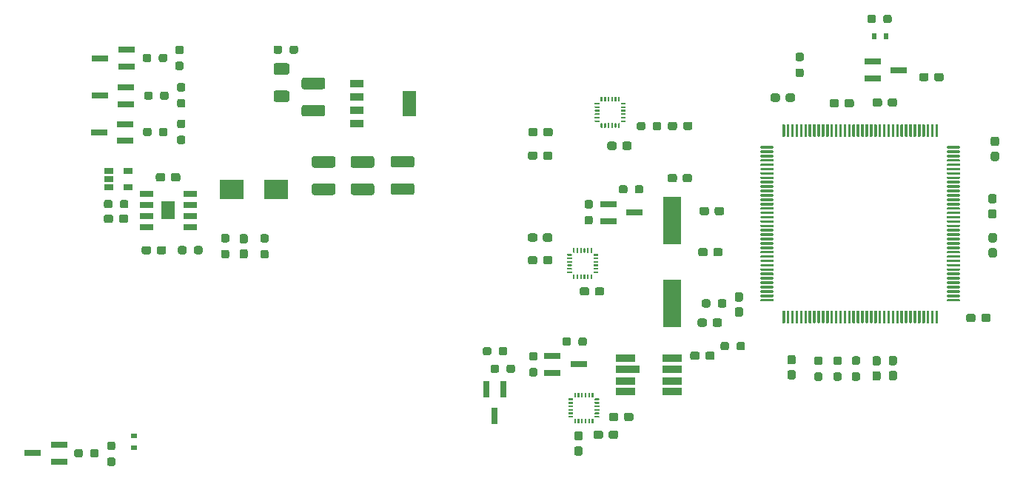
<source format=gbr>
%TF.GenerationSoftware,KiCad,Pcbnew,(5.1.8)-1*%
%TF.CreationDate,2022-04-23T21:59:24-07:00*%
%TF.ProjectId,AttitudeMotorController,41747469-7475-4646-954d-6f746f72436f,rev?*%
%TF.SameCoordinates,Original*%
%TF.FileFunction,Paste,Top*%
%TF.FilePolarity,Positive*%
%FSLAX46Y46*%
G04 Gerber Fmt 4.6, Leading zero omitted, Abs format (unit mm)*
G04 Created by KiCad (PCBNEW (5.1.8)-1) date 2022-04-23 21:59:24*
%MOMM*%
%LPD*%
G01*
G04 APERTURE LIST*
%ADD10R,0.600000X0.700000*%
%ADD11R,0.700000X0.600000*%
%ADD12R,2.700000X2.200000*%
%ADD13R,1.900000X0.800000*%
%ADD14R,0.800000X1.900000*%
%ADD15R,1.505000X0.802000*%
%ADD16R,1.567800X2.101200*%
%ADD17R,1.060000X0.650000*%
%ADD18R,2.250000X0.900000*%
%ADD19R,2.800000X0.900000*%
%ADD20R,1.600200X2.997200*%
%ADD21R,1.600200X0.838200*%
%ADD22R,2.000000X5.500000*%
G04 APERTURE END LIST*
%TO.C,C1*%
G36*
G01*
X169718700Y-8263900D02*
X169718700Y-7788900D01*
G75*
G02*
X169956200Y-7551400I237500J0D01*
G01*
X170556200Y-7551400D01*
G75*
G02*
X170793700Y-7788900I0J-237500D01*
G01*
X170793700Y-8263900D01*
G75*
G02*
X170556200Y-8501400I-237500J0D01*
G01*
X169956200Y-8501400D01*
G75*
G02*
X169718700Y-8263900I0J237500D01*
G01*
G37*
G36*
G01*
X167993700Y-8263900D02*
X167993700Y-7788900D01*
G75*
G02*
X168231200Y-7551400I237500J0D01*
G01*
X168831200Y-7551400D01*
G75*
G02*
X169068700Y-7788900I0J-237500D01*
G01*
X169068700Y-8263900D01*
G75*
G02*
X168831200Y-8501400I-237500J0D01*
G01*
X168231200Y-8501400D01*
G75*
G02*
X167993700Y-8263900I0J237500D01*
G01*
G37*
%TD*%
%TO.C,C2*%
G36*
G01*
X140938300Y-19820900D02*
X140938300Y-19345900D01*
G75*
G02*
X141175800Y-19108400I237500J0D01*
G01*
X141775800Y-19108400D01*
G75*
G02*
X142013300Y-19345900I0J-237500D01*
G01*
X142013300Y-19820900D01*
G75*
G02*
X141775800Y-20058400I-237500J0D01*
G01*
X141175800Y-20058400D01*
G75*
G02*
X140938300Y-19820900I0J237500D01*
G01*
G37*
G36*
G01*
X139213300Y-19820900D02*
X139213300Y-19345900D01*
G75*
G02*
X139450800Y-19108400I237500J0D01*
G01*
X140050800Y-19108400D01*
G75*
G02*
X140288300Y-19345900I0J-237500D01*
G01*
X140288300Y-19820900D01*
G75*
G02*
X140050800Y-20058400I-237500J0D01*
G01*
X139450800Y-20058400D01*
G75*
G02*
X139213300Y-19820900I0J237500D01*
G01*
G37*
%TD*%
%TO.C,C3*%
G36*
G01*
X142639420Y-36356300D02*
X142639420Y-35881300D01*
G75*
G02*
X142876920Y-35643800I237500J0D01*
G01*
X143476920Y-35643800D01*
G75*
G02*
X143714420Y-35881300I0J-237500D01*
G01*
X143714420Y-36356300D01*
G75*
G02*
X143476920Y-36593800I-237500J0D01*
G01*
X142876920Y-36593800D01*
G75*
G02*
X142639420Y-36356300I0J237500D01*
G01*
G37*
G36*
G01*
X144364420Y-36356300D02*
X144364420Y-35881300D01*
G75*
G02*
X144601920Y-35643800I237500J0D01*
G01*
X145201920Y-35643800D01*
G75*
G02*
X145439420Y-35881300I0J-237500D01*
G01*
X145439420Y-36356300D01*
G75*
G02*
X145201920Y-36593800I-237500J0D01*
G01*
X144601920Y-36593800D01*
G75*
G02*
X144364420Y-36356300I0J237500D01*
G01*
G37*
%TD*%
%TO.C,C4*%
G36*
G01*
X142720700Y-28291800D02*
X142720700Y-27816800D01*
G75*
G02*
X142958200Y-27579300I237500J0D01*
G01*
X143558200Y-27579300D01*
G75*
G02*
X143795700Y-27816800I0J-237500D01*
G01*
X143795700Y-28291800D01*
G75*
G02*
X143558200Y-28529300I-237500J0D01*
G01*
X142958200Y-28529300D01*
G75*
G02*
X142720700Y-28291800I0J237500D01*
G01*
G37*
G36*
G01*
X144445700Y-28291800D02*
X144445700Y-27816800D01*
G75*
G02*
X144683200Y-27579300I237500J0D01*
G01*
X145283200Y-27579300D01*
G75*
G02*
X145520700Y-27816800I0J-237500D01*
G01*
X145520700Y-28291800D01*
G75*
G02*
X145283200Y-28529300I-237500J0D01*
G01*
X144683200Y-28529300D01*
G75*
G02*
X144445700Y-28291800I0J237500D01*
G01*
G37*
%TD*%
%TO.C,C5*%
G36*
G01*
X147608300Y-33716080D02*
X147133300Y-33716080D01*
G75*
G02*
X146895800Y-33478580I0J237500D01*
G01*
X146895800Y-32878580D01*
G75*
G02*
X147133300Y-32641080I237500J0D01*
G01*
X147608300Y-32641080D01*
G75*
G02*
X147845800Y-32878580I0J-237500D01*
G01*
X147845800Y-33478580D01*
G75*
G02*
X147608300Y-33716080I-237500J0D01*
G01*
G37*
G36*
G01*
X147608300Y-35441080D02*
X147133300Y-35441080D01*
G75*
G02*
X146895800Y-35203580I0J237500D01*
G01*
X146895800Y-34603580D01*
G75*
G02*
X147133300Y-34366080I237500J0D01*
G01*
X147608300Y-34366080D01*
G75*
G02*
X147845800Y-34603580I0J-237500D01*
G01*
X147845800Y-35203580D01*
G75*
G02*
X147608300Y-35441080I-237500J0D01*
G01*
G37*
%TD*%
%TO.C,C6*%
G36*
G01*
X176165500Y-27591900D02*
X176640500Y-27591900D01*
G75*
G02*
X176878000Y-27829400I0J-237500D01*
G01*
X176878000Y-28429400D01*
G75*
G02*
X176640500Y-28666900I-237500J0D01*
G01*
X176165500Y-28666900D01*
G75*
G02*
X175928000Y-28429400I0J237500D01*
G01*
X175928000Y-27829400D01*
G75*
G02*
X176165500Y-27591900I237500J0D01*
G01*
G37*
G36*
G01*
X176165500Y-25866900D02*
X176640500Y-25866900D01*
G75*
G02*
X176878000Y-26104400I0J-237500D01*
G01*
X176878000Y-26704400D01*
G75*
G02*
X176640500Y-26941900I-237500J0D01*
G01*
X176165500Y-26941900D01*
G75*
G02*
X175928000Y-26704400I0J237500D01*
G01*
X175928000Y-26104400D01*
G75*
G02*
X176165500Y-25866900I237500J0D01*
G01*
G37*
%TD*%
%TO.C,C7*%
G36*
G01*
X173364700Y-35810200D02*
X173364700Y-35335200D01*
G75*
G02*
X173602200Y-35097700I237500J0D01*
G01*
X174202200Y-35097700D01*
G75*
G02*
X174439700Y-35335200I0J-237500D01*
G01*
X174439700Y-35810200D01*
G75*
G02*
X174202200Y-36047700I-237500J0D01*
G01*
X173602200Y-36047700D01*
G75*
G02*
X173364700Y-35810200I0J237500D01*
G01*
G37*
G36*
G01*
X175089700Y-35810200D02*
X175089700Y-35335200D01*
G75*
G02*
X175327200Y-35097700I237500J0D01*
G01*
X175927200Y-35097700D01*
G75*
G02*
X176164700Y-35335200I0J-237500D01*
G01*
X176164700Y-35810200D01*
G75*
G02*
X175927200Y-36047700I-237500J0D01*
G01*
X175327200Y-36047700D01*
G75*
G02*
X175089700Y-35810200I0J237500D01*
G01*
G37*
%TD*%
%TO.C,C8*%
G36*
G01*
X164745660Y-39920720D02*
X165220660Y-39920720D01*
G75*
G02*
X165458160Y-40158220I0J-237500D01*
G01*
X165458160Y-40758220D01*
G75*
G02*
X165220660Y-40995720I-237500J0D01*
G01*
X164745660Y-40995720D01*
G75*
G02*
X164508160Y-40758220I0J237500D01*
G01*
X164508160Y-40158220D01*
G75*
G02*
X164745660Y-39920720I237500J0D01*
G01*
G37*
G36*
G01*
X164745660Y-41645720D02*
X165220660Y-41645720D01*
G75*
G02*
X165458160Y-41883220I0J-237500D01*
G01*
X165458160Y-42483220D01*
G75*
G02*
X165220660Y-42720720I-237500J0D01*
G01*
X164745660Y-42720720D01*
G75*
G02*
X164508160Y-42483220I0J237500D01*
G01*
X164508160Y-41883220D01*
G75*
G02*
X164745660Y-41645720I237500J0D01*
G01*
G37*
%TD*%
%TO.C,C9*%
G36*
G01*
X162878760Y-41683820D02*
X163353760Y-41683820D01*
G75*
G02*
X163591260Y-41921320I0J-237500D01*
G01*
X163591260Y-42521320D01*
G75*
G02*
X163353760Y-42758820I-237500J0D01*
G01*
X162878760Y-42758820D01*
G75*
G02*
X162641260Y-42521320I0J237500D01*
G01*
X162641260Y-41921320D01*
G75*
G02*
X162878760Y-41683820I237500J0D01*
G01*
G37*
G36*
G01*
X162878760Y-39958820D02*
X163353760Y-39958820D01*
G75*
G02*
X163591260Y-40196320I0J-237500D01*
G01*
X163591260Y-40796320D01*
G75*
G02*
X163353760Y-41033820I-237500J0D01*
G01*
X162878760Y-41033820D01*
G75*
G02*
X162641260Y-40796320I0J237500D01*
G01*
X162641260Y-40196320D01*
G75*
G02*
X162878760Y-39958820I237500J0D01*
G01*
G37*
%TD*%
%TO.C,C10*%
G36*
G01*
X153153100Y-41549200D02*
X153628100Y-41549200D01*
G75*
G02*
X153865600Y-41786700I0J-237500D01*
G01*
X153865600Y-42386700D01*
G75*
G02*
X153628100Y-42624200I-237500J0D01*
G01*
X153153100Y-42624200D01*
G75*
G02*
X152915600Y-42386700I0J237500D01*
G01*
X152915600Y-41786700D01*
G75*
G02*
X153153100Y-41549200I237500J0D01*
G01*
G37*
G36*
G01*
X153153100Y-39824200D02*
X153628100Y-39824200D01*
G75*
G02*
X153865600Y-40061700I0J-237500D01*
G01*
X153865600Y-40661700D01*
G75*
G02*
X153628100Y-40899200I-237500J0D01*
G01*
X153153100Y-40899200D01*
G75*
G02*
X152915600Y-40661700I0J237500D01*
G01*
X152915600Y-40061700D01*
G75*
G02*
X153153100Y-39824200I237500J0D01*
G01*
G37*
%TD*%
%TO.C,C11*%
G36*
G01*
X145672000Y-23130500D02*
X145672000Y-23605500D01*
G75*
G02*
X145434500Y-23843000I-237500J0D01*
G01*
X144834500Y-23843000D01*
G75*
G02*
X144597000Y-23605500I0J237500D01*
G01*
X144597000Y-23130500D01*
G75*
G02*
X144834500Y-22893000I237500J0D01*
G01*
X145434500Y-22893000D01*
G75*
G02*
X145672000Y-23130500I0J-237500D01*
G01*
G37*
G36*
G01*
X143947000Y-23130500D02*
X143947000Y-23605500D01*
G75*
G02*
X143709500Y-23843000I-237500J0D01*
G01*
X143109500Y-23843000D01*
G75*
G02*
X142872000Y-23605500I0J237500D01*
G01*
X142872000Y-23130500D01*
G75*
G02*
X143109500Y-22893000I237500J0D01*
G01*
X143709500Y-22893000D01*
G75*
G02*
X143947000Y-23130500I0J-237500D01*
G01*
G37*
%TD*%
%TO.C,C15*%
G36*
G01*
X141805200Y-40140900D02*
X141805200Y-39665900D01*
G75*
G02*
X142042700Y-39428400I237500J0D01*
G01*
X142642700Y-39428400D01*
G75*
G02*
X142880200Y-39665900I0J-237500D01*
G01*
X142880200Y-40140900D01*
G75*
G02*
X142642700Y-40378400I-237500J0D01*
G01*
X142042700Y-40378400D01*
G75*
G02*
X141805200Y-40140900I0J237500D01*
G01*
G37*
G36*
G01*
X143530200Y-40140900D02*
X143530200Y-39665900D01*
G75*
G02*
X143767700Y-39428400I237500J0D01*
G01*
X144367700Y-39428400D01*
G75*
G02*
X144605200Y-39665900I0J-237500D01*
G01*
X144605200Y-40140900D01*
G75*
G02*
X144367700Y-40378400I-237500J0D01*
G01*
X143767700Y-40378400D01*
G75*
G02*
X143530200Y-40140900I0J237500D01*
G01*
G37*
%TD*%
%TO.C,C16*%
G36*
G01*
X124962601Y-26626801D02*
X124962601Y-26151801D01*
G75*
G02*
X125200101Y-25914301I237500J0D01*
G01*
X125800101Y-25914301D01*
G75*
G02*
X126037601Y-26151801I0J-237500D01*
G01*
X126037601Y-26626801D01*
G75*
G02*
X125800101Y-26864301I-237500J0D01*
G01*
X125200101Y-26864301D01*
G75*
G02*
X124962601Y-26626801I0J237500D01*
G01*
G37*
G36*
G01*
X123237601Y-26626801D02*
X123237601Y-26151801D01*
G75*
G02*
X123475101Y-25914301I237500J0D01*
G01*
X124075101Y-25914301D01*
G75*
G02*
X124312601Y-26151801I0J-237500D01*
G01*
X124312601Y-26626801D01*
G75*
G02*
X124075101Y-26864301I-237500J0D01*
G01*
X123475101Y-26864301D01*
G75*
G02*
X123237601Y-26626801I0J237500D01*
G01*
G37*
%TD*%
%TO.C,C17*%
G36*
G01*
X123237800Y-29206200D02*
X123237800Y-28731200D01*
G75*
G02*
X123475300Y-28493700I237500J0D01*
G01*
X124075300Y-28493700D01*
G75*
G02*
X124312800Y-28731200I0J-237500D01*
G01*
X124312800Y-29206200D01*
G75*
G02*
X124075300Y-29443700I-237500J0D01*
G01*
X123475300Y-29443700D01*
G75*
G02*
X123237800Y-29206200I0J237500D01*
G01*
G37*
G36*
G01*
X124962800Y-29206200D02*
X124962800Y-28731200D01*
G75*
G02*
X125200300Y-28493700I237500J0D01*
G01*
X125800300Y-28493700D01*
G75*
G02*
X126037800Y-28731200I0J-237500D01*
G01*
X126037800Y-29206200D01*
G75*
G02*
X125800300Y-29443700I-237500J0D01*
G01*
X125200300Y-29443700D01*
G75*
G02*
X124962800Y-29206200I0J237500D01*
G01*
G37*
%TD*%
%TO.C,C18*%
G36*
G01*
X129169800Y-32787600D02*
X129169800Y-32312600D01*
G75*
G02*
X129407300Y-32075100I237500J0D01*
G01*
X130007300Y-32075100D01*
G75*
G02*
X130244800Y-32312600I0J-237500D01*
G01*
X130244800Y-32787600D01*
G75*
G02*
X130007300Y-33025100I-237500J0D01*
G01*
X129407300Y-33025100D01*
G75*
G02*
X129169800Y-32787600I0J237500D01*
G01*
G37*
G36*
G01*
X130894800Y-32787600D02*
X130894800Y-32312600D01*
G75*
G02*
X131132300Y-32075100I237500J0D01*
G01*
X131732300Y-32075100D01*
G75*
G02*
X131969800Y-32312600I0J-237500D01*
G01*
X131969800Y-32787600D01*
G75*
G02*
X131732300Y-33025100I-237500J0D01*
G01*
X131132300Y-33025100D01*
G75*
G02*
X130894800Y-32787600I0J237500D01*
G01*
G37*
%TD*%
%TO.C,C19*%
G36*
G01*
X124976600Y-17255500D02*
X124976600Y-16780500D01*
G75*
G02*
X125214100Y-16543000I237500J0D01*
G01*
X125814100Y-16543000D01*
G75*
G02*
X126051600Y-16780500I0J-237500D01*
G01*
X126051600Y-17255500D01*
G75*
G02*
X125814100Y-17493000I-237500J0D01*
G01*
X125214100Y-17493000D01*
G75*
G02*
X124976600Y-17255500I0J237500D01*
G01*
G37*
G36*
G01*
X123251600Y-17255500D02*
X123251600Y-16780500D01*
G75*
G02*
X123489100Y-16543000I237500J0D01*
G01*
X124089100Y-16543000D01*
G75*
G02*
X124326600Y-16780500I0J-237500D01*
G01*
X124326600Y-17255500D01*
G75*
G02*
X124089100Y-17493000I-237500J0D01*
G01*
X123489100Y-17493000D01*
G75*
G02*
X123251600Y-17255500I0J237500D01*
G01*
G37*
%TD*%
%TO.C,C20*%
G36*
G01*
X123277000Y-14563100D02*
X123277000Y-14088100D01*
G75*
G02*
X123514500Y-13850600I237500J0D01*
G01*
X124114500Y-13850600D01*
G75*
G02*
X124352000Y-14088100I0J-237500D01*
G01*
X124352000Y-14563100D01*
G75*
G02*
X124114500Y-14800600I-237500J0D01*
G01*
X123514500Y-14800600D01*
G75*
G02*
X123277000Y-14563100I0J237500D01*
G01*
G37*
G36*
G01*
X125002000Y-14563100D02*
X125002000Y-14088100D01*
G75*
G02*
X125239500Y-13850600I237500J0D01*
G01*
X125839500Y-13850600D01*
G75*
G02*
X126077000Y-14088100I0J-237500D01*
G01*
X126077000Y-14563100D01*
G75*
G02*
X125839500Y-14800600I-237500J0D01*
G01*
X125239500Y-14800600D01*
G75*
G02*
X125002000Y-14563100I0J237500D01*
G01*
G37*
%TD*%
%TO.C,C21*%
G36*
G01*
X132319400Y-16125200D02*
X132319400Y-15650200D01*
G75*
G02*
X132556900Y-15412700I237500J0D01*
G01*
X133156900Y-15412700D01*
G75*
G02*
X133394400Y-15650200I0J-237500D01*
G01*
X133394400Y-16125200D01*
G75*
G02*
X133156900Y-16362700I-237500J0D01*
G01*
X132556900Y-16362700D01*
G75*
G02*
X132319400Y-16125200I0J237500D01*
G01*
G37*
G36*
G01*
X134044400Y-16125200D02*
X134044400Y-15650200D01*
G75*
G02*
X134281900Y-15412700I237500J0D01*
G01*
X134881900Y-15412700D01*
G75*
G02*
X135119400Y-15650200I0J-237500D01*
G01*
X135119400Y-16125200D01*
G75*
G02*
X134881900Y-16362700I-237500J0D01*
G01*
X134281900Y-16362700D01*
G75*
G02*
X134044400Y-16125200I0J237500D01*
G01*
G37*
%TD*%
%TO.C,C22*%
G36*
G01*
X129256800Y-49624100D02*
X128781800Y-49624100D01*
G75*
G02*
X128544300Y-49386600I0J237500D01*
G01*
X128544300Y-48786600D01*
G75*
G02*
X128781800Y-48549100I237500J0D01*
G01*
X129256800Y-48549100D01*
G75*
G02*
X129494300Y-48786600I0J-237500D01*
G01*
X129494300Y-49386600D01*
G75*
G02*
X129256800Y-49624100I-237500J0D01*
G01*
G37*
G36*
G01*
X129256800Y-51349100D02*
X128781800Y-51349100D01*
G75*
G02*
X128544300Y-51111600I0J237500D01*
G01*
X128544300Y-50511600D01*
G75*
G02*
X128781800Y-50274100I237500J0D01*
G01*
X129256800Y-50274100D01*
G75*
G02*
X129494300Y-50511600I0J-237500D01*
G01*
X129494300Y-51111600D01*
G75*
G02*
X129256800Y-51349100I-237500J0D01*
G01*
G37*
%TD*%
%TO.C,C23*%
G36*
G01*
X132509900Y-47151300D02*
X132509900Y-46676300D01*
G75*
G02*
X132747400Y-46438800I237500J0D01*
G01*
X133347400Y-46438800D01*
G75*
G02*
X133584900Y-46676300I0J-237500D01*
G01*
X133584900Y-47151300D01*
G75*
G02*
X133347400Y-47388800I-237500J0D01*
G01*
X132747400Y-47388800D01*
G75*
G02*
X132509900Y-47151300I0J237500D01*
G01*
G37*
G36*
G01*
X134234900Y-47151300D02*
X134234900Y-46676300D01*
G75*
G02*
X134472400Y-46438800I237500J0D01*
G01*
X135072400Y-46438800D01*
G75*
G02*
X135309900Y-46676300I0J-237500D01*
G01*
X135309900Y-47151300D01*
G75*
G02*
X135072400Y-47388800I-237500J0D01*
G01*
X134472400Y-47388800D01*
G75*
G02*
X134234900Y-47151300I0J237500D01*
G01*
G37*
%TD*%
%TO.C,C24*%
G36*
G01*
X132481200Y-49183300D02*
X132481200Y-48708300D01*
G75*
G02*
X132718700Y-48470800I237500J0D01*
G01*
X133318700Y-48470800D01*
G75*
G02*
X133556200Y-48708300I0J-237500D01*
G01*
X133556200Y-49183300D01*
G75*
G02*
X133318700Y-49420800I-237500J0D01*
G01*
X132718700Y-49420800D01*
G75*
G02*
X132481200Y-49183300I0J237500D01*
G01*
G37*
G36*
G01*
X130756200Y-49183300D02*
X130756200Y-48708300D01*
G75*
G02*
X130993700Y-48470800I237500J0D01*
G01*
X131593700Y-48470800D01*
G75*
G02*
X131831200Y-48708300I0J-237500D01*
G01*
X131831200Y-49183300D01*
G75*
G02*
X131593700Y-49420800I-237500J0D01*
G01*
X130993700Y-49420800D01*
G75*
G02*
X130756200Y-49183300I0J237500D01*
G01*
G37*
%TD*%
%TO.C,C27*%
G36*
G01*
X76448800Y-24469100D02*
X76448800Y-23994100D01*
G75*
G02*
X76686300Y-23756600I237500J0D01*
G01*
X77286300Y-23756600D01*
G75*
G02*
X77523800Y-23994100I0J-237500D01*
G01*
X77523800Y-24469100D01*
G75*
G02*
X77286300Y-24706600I-237500J0D01*
G01*
X76686300Y-24706600D01*
G75*
G02*
X76448800Y-24469100I0J237500D01*
G01*
G37*
G36*
G01*
X74723800Y-24469100D02*
X74723800Y-23994100D01*
G75*
G02*
X74961300Y-23756600I237500J0D01*
G01*
X75561300Y-23756600D01*
G75*
G02*
X75798800Y-23994100I0J-237500D01*
G01*
X75798800Y-24469100D01*
G75*
G02*
X75561300Y-24706600I-237500J0D01*
G01*
X74961300Y-24706600D01*
G75*
G02*
X74723800Y-24469100I0J237500D01*
G01*
G37*
%TD*%
%TO.C,C29*%
G36*
G01*
X81867200Y-27600900D02*
X81867200Y-28075900D01*
G75*
G02*
X81629700Y-28313400I-237500J0D01*
G01*
X81029700Y-28313400D01*
G75*
G02*
X80792200Y-28075900I0J237500D01*
G01*
X80792200Y-27600900D01*
G75*
G02*
X81029700Y-27363400I237500J0D01*
G01*
X81629700Y-27363400D01*
G75*
G02*
X81867200Y-27600900I0J-237500D01*
G01*
G37*
G36*
G01*
X80142200Y-27600900D02*
X80142200Y-28075900D01*
G75*
G02*
X79904700Y-28313400I-237500J0D01*
G01*
X79304700Y-28313400D01*
G75*
G02*
X79067200Y-28075900I0J237500D01*
G01*
X79067200Y-27600900D01*
G75*
G02*
X79304700Y-27363400I237500J0D01*
G01*
X79904700Y-27363400D01*
G75*
G02*
X80142200Y-27600900I0J-237500D01*
G01*
G37*
%TD*%
%TO.C,C30*%
G36*
G01*
X83480100Y-19257000D02*
X83480100Y-19732000D01*
G75*
G02*
X83242600Y-19969500I-237500J0D01*
G01*
X82642600Y-19969500D01*
G75*
G02*
X82405100Y-19732000I0J237500D01*
G01*
X82405100Y-19257000D01*
G75*
G02*
X82642600Y-19019500I237500J0D01*
G01*
X83242600Y-19019500D01*
G75*
G02*
X83480100Y-19257000I0J-237500D01*
G01*
G37*
G36*
G01*
X81755100Y-19257000D02*
X81755100Y-19732000D01*
G75*
G02*
X81517600Y-19969500I-237500J0D01*
G01*
X80917600Y-19969500D01*
G75*
G02*
X80680100Y-19732000I0J237500D01*
G01*
X80680100Y-19257000D01*
G75*
G02*
X80917600Y-19019500I237500J0D01*
G01*
X81517600Y-19019500D01*
G75*
G02*
X81755100Y-19257000I0J-237500D01*
G01*
G37*
%TD*%
%TO.C,C32*%
G36*
G01*
X90491300Y-27718900D02*
X90966300Y-27718900D01*
G75*
G02*
X91203800Y-27956400I0J-237500D01*
G01*
X91203800Y-28556400D01*
G75*
G02*
X90966300Y-28793900I-237500J0D01*
G01*
X90491300Y-28793900D01*
G75*
G02*
X90253800Y-28556400I0J237500D01*
G01*
X90253800Y-27956400D01*
G75*
G02*
X90491300Y-27718900I237500J0D01*
G01*
G37*
G36*
G01*
X90491300Y-25993900D02*
X90966300Y-25993900D01*
G75*
G02*
X91203800Y-26231400I0J-237500D01*
G01*
X91203800Y-26831400D01*
G75*
G02*
X90966300Y-27068900I-237500J0D01*
G01*
X90491300Y-27068900D01*
G75*
G02*
X90253800Y-26831400I0J237500D01*
G01*
X90253800Y-26231400D01*
G75*
G02*
X90491300Y-25993900I237500J0D01*
G01*
G37*
%TD*%
%TO.C,C34*%
G36*
G01*
X98772798Y-17066300D02*
X100972802Y-17066300D01*
G75*
G02*
X101222800Y-17316298I0J-249998D01*
G01*
X101222800Y-18141302D01*
G75*
G02*
X100972802Y-18391300I-249998J0D01*
G01*
X98772798Y-18391300D01*
G75*
G02*
X98522800Y-18141302I0J249998D01*
G01*
X98522800Y-17316298D01*
G75*
G02*
X98772798Y-17066300I249998J0D01*
G01*
G37*
G36*
G01*
X98772798Y-20191300D02*
X100972802Y-20191300D01*
G75*
G02*
X101222800Y-20441298I0J-249998D01*
G01*
X101222800Y-21266302D01*
G75*
G02*
X100972802Y-21516300I-249998J0D01*
G01*
X98772798Y-21516300D01*
G75*
G02*
X98522800Y-21266302I0J249998D01*
G01*
X98522800Y-20441298D01*
G75*
G02*
X98772798Y-20191300I249998J0D01*
G01*
G37*
%TD*%
%TO.C,C36*%
G36*
G01*
X103217798Y-17066300D02*
X105417802Y-17066300D01*
G75*
G02*
X105667800Y-17316298I0J-249998D01*
G01*
X105667800Y-18141302D01*
G75*
G02*
X105417802Y-18391300I-249998J0D01*
G01*
X103217798Y-18391300D01*
G75*
G02*
X102967800Y-18141302I0J249998D01*
G01*
X102967800Y-17316298D01*
G75*
G02*
X103217798Y-17066300I249998J0D01*
G01*
G37*
G36*
G01*
X103217798Y-20191300D02*
X105417802Y-20191300D01*
G75*
G02*
X105667800Y-20441298I0J-249998D01*
G01*
X105667800Y-21266302D01*
G75*
G02*
X105417802Y-21516300I-249998J0D01*
G01*
X103217798Y-21516300D01*
G75*
G02*
X102967800Y-21266302I0J249998D01*
G01*
X102967800Y-20441298D01*
G75*
G02*
X103217798Y-20191300I249998J0D01*
G01*
G37*
%TD*%
%TO.C,C37*%
G36*
G01*
X107802498Y-20178600D02*
X110002502Y-20178600D01*
G75*
G02*
X110252500Y-20428598I0J-249998D01*
G01*
X110252500Y-21253602D01*
G75*
G02*
X110002502Y-21503600I-249998J0D01*
G01*
X107802498Y-21503600D01*
G75*
G02*
X107552500Y-21253602I0J249998D01*
G01*
X107552500Y-20428598D01*
G75*
G02*
X107802498Y-20178600I249998J0D01*
G01*
G37*
G36*
G01*
X107802498Y-17053600D02*
X110002502Y-17053600D01*
G75*
G02*
X110252500Y-17303598I0J-249998D01*
G01*
X110252500Y-18128602D01*
G75*
G02*
X110002502Y-18378600I-249998J0D01*
G01*
X107802498Y-18378600D01*
G75*
G02*
X107552500Y-18128602I0J249998D01*
G01*
X107552500Y-17303598D01*
G75*
G02*
X107802498Y-17053600I249998J0D01*
G01*
G37*
%TD*%
%TO.C,C38*%
G36*
G01*
X95709502Y-7761800D02*
X94409498Y-7761800D01*
G75*
G02*
X94159500Y-7511802I0J249998D01*
G01*
X94159500Y-6686798D01*
G75*
G02*
X94409498Y-6436800I249998J0D01*
G01*
X95709502Y-6436800D01*
G75*
G02*
X95959500Y-6686798I0J-249998D01*
G01*
X95959500Y-7511802D01*
G75*
G02*
X95709502Y-7761800I-249998J0D01*
G01*
G37*
G36*
G01*
X95709502Y-10886800D02*
X94409498Y-10886800D01*
G75*
G02*
X94159500Y-10636802I0J249998D01*
G01*
X94159500Y-9811798D01*
G75*
G02*
X94409498Y-9561800I249998J0D01*
G01*
X95709502Y-9561800D01*
G75*
G02*
X95959500Y-9811798I0J-249998D01*
G01*
X95959500Y-10636802D01*
G75*
G02*
X95709502Y-10886800I-249998J0D01*
G01*
G37*
%TD*%
%TO.C,C39*%
G36*
G01*
X99804402Y-9412800D02*
X97604398Y-9412800D01*
G75*
G02*
X97354400Y-9162802I0J249998D01*
G01*
X97354400Y-8337798D01*
G75*
G02*
X97604398Y-8087800I249998J0D01*
G01*
X99804402Y-8087800D01*
G75*
G02*
X100054400Y-8337798I0J-249998D01*
G01*
X100054400Y-9162802D01*
G75*
G02*
X99804402Y-9412800I-249998J0D01*
G01*
G37*
G36*
G01*
X99804402Y-12537800D02*
X97604398Y-12537800D01*
G75*
G02*
X97354400Y-12287802I0J249998D01*
G01*
X97354400Y-11462798D01*
G75*
G02*
X97604398Y-11212800I249998J0D01*
G01*
X99804402Y-11212800D01*
G75*
G02*
X100054400Y-11462798I0J-249998D01*
G01*
X100054400Y-12287802D01*
G75*
G02*
X99804402Y-12537800I-249998J0D01*
G01*
G37*
%TD*%
%TO.C,C40*%
G36*
G01*
X152062300Y-10138400D02*
X152062300Y-10613400D01*
G75*
G02*
X151824800Y-10850900I-237500J0D01*
G01*
X151224800Y-10850900D01*
G75*
G02*
X150987300Y-10613400I0J237500D01*
G01*
X150987300Y-10138400D01*
G75*
G02*
X151224800Y-9900900I237500J0D01*
G01*
X151824800Y-9900900D01*
G75*
G02*
X152062300Y-10138400I0J-237500D01*
G01*
G37*
G36*
G01*
X153787300Y-10138400D02*
X153787300Y-10613400D01*
G75*
G02*
X153549800Y-10850900I-237500J0D01*
G01*
X152949800Y-10850900D01*
G75*
G02*
X152712300Y-10613400I0J237500D01*
G01*
X152712300Y-10138400D01*
G75*
G02*
X152949800Y-9900900I237500J0D01*
G01*
X153549800Y-9900900D01*
G75*
G02*
X153787300Y-10138400I0J-237500D01*
G01*
G37*
%TD*%
%TO.C,C41*%
G36*
G01*
X160531000Y-10786100D02*
X160531000Y-11261100D01*
G75*
G02*
X160293500Y-11498600I-237500J0D01*
G01*
X159693500Y-11498600D01*
G75*
G02*
X159456000Y-11261100I0J237500D01*
G01*
X159456000Y-10786100D01*
G75*
G02*
X159693500Y-10548600I237500J0D01*
G01*
X160293500Y-10548600D01*
G75*
G02*
X160531000Y-10786100I0J-237500D01*
G01*
G37*
G36*
G01*
X158806000Y-10786100D02*
X158806000Y-11261100D01*
G75*
G02*
X158568500Y-11498600I-237500J0D01*
G01*
X157968500Y-11498600D01*
G75*
G02*
X157731000Y-11261100I0J237500D01*
G01*
X157731000Y-10786100D01*
G75*
G02*
X157968500Y-10548600I237500J0D01*
G01*
X158568500Y-10548600D01*
G75*
G02*
X158806000Y-10786100I0J-237500D01*
G01*
G37*
%TD*%
%TO.C,C42*%
G36*
G01*
X163746300Y-10697200D02*
X163746300Y-11172200D01*
G75*
G02*
X163508800Y-11409700I-237500J0D01*
G01*
X162908800Y-11409700D01*
G75*
G02*
X162671300Y-11172200I0J237500D01*
G01*
X162671300Y-10697200D01*
G75*
G02*
X162908800Y-10459700I237500J0D01*
G01*
X163508800Y-10459700D01*
G75*
G02*
X163746300Y-10697200I0J-237500D01*
G01*
G37*
G36*
G01*
X165471300Y-10697200D02*
X165471300Y-11172200D01*
G75*
G02*
X165233800Y-11409700I-237500J0D01*
G01*
X164633800Y-11409700D01*
G75*
G02*
X164396300Y-11172200I0J237500D01*
G01*
X164396300Y-10697200D01*
G75*
G02*
X164633800Y-10459700I237500J0D01*
G01*
X165233800Y-10459700D01*
G75*
G02*
X165471300Y-10697200I0J-237500D01*
G01*
G37*
%TD*%
%TO.C,C43*%
G36*
G01*
X176894500Y-17630600D02*
X176419500Y-17630600D01*
G75*
G02*
X176182000Y-17393100I0J237500D01*
G01*
X176182000Y-16793100D01*
G75*
G02*
X176419500Y-16555600I237500J0D01*
G01*
X176894500Y-16555600D01*
G75*
G02*
X177132000Y-16793100I0J-237500D01*
G01*
X177132000Y-17393100D01*
G75*
G02*
X176894500Y-17630600I-237500J0D01*
G01*
G37*
G36*
G01*
X176894500Y-15905600D02*
X176419500Y-15905600D01*
G75*
G02*
X176182000Y-15668100I0J237500D01*
G01*
X176182000Y-15068100D01*
G75*
G02*
X176419500Y-14830600I237500J0D01*
G01*
X176894500Y-14830600D01*
G75*
G02*
X177132000Y-15068100I0J-237500D01*
G01*
X177132000Y-15668100D01*
G75*
G02*
X176894500Y-15905600I-237500J0D01*
G01*
G37*
%TD*%
%TO.C,C44*%
G36*
G01*
X176602400Y-22484200D02*
X176127400Y-22484200D01*
G75*
G02*
X175889900Y-22246700I0J237500D01*
G01*
X175889900Y-21646700D01*
G75*
G02*
X176127400Y-21409200I237500J0D01*
G01*
X176602400Y-21409200D01*
G75*
G02*
X176839900Y-21646700I0J-237500D01*
G01*
X176839900Y-22246700D01*
G75*
G02*
X176602400Y-22484200I-237500J0D01*
G01*
G37*
G36*
G01*
X176602400Y-24209200D02*
X176127400Y-24209200D01*
G75*
G02*
X175889900Y-23971700I0J237500D01*
G01*
X175889900Y-23371700D01*
G75*
G02*
X176127400Y-23134200I237500J0D01*
G01*
X176602400Y-23134200D01*
G75*
G02*
X176839900Y-23371700I0J-237500D01*
G01*
X176839900Y-23971700D01*
G75*
G02*
X176602400Y-24209200I-237500J0D01*
G01*
G37*
%TD*%
%TO.C,D1*%
G36*
G01*
X139251200Y-13851900D02*
X139251200Y-13376900D01*
G75*
G02*
X139488700Y-13139400I237500J0D01*
G01*
X140063700Y-13139400D01*
G75*
G02*
X140301200Y-13376900I0J-237500D01*
G01*
X140301200Y-13851900D01*
G75*
G02*
X140063700Y-14089400I-237500J0D01*
G01*
X139488700Y-14089400D01*
G75*
G02*
X139251200Y-13851900I0J237500D01*
G01*
G37*
G36*
G01*
X141001200Y-13851900D02*
X141001200Y-13376900D01*
G75*
G02*
X141238700Y-13139400I237500J0D01*
G01*
X141813700Y-13139400D01*
G75*
G02*
X142051200Y-13376900I0J-237500D01*
G01*
X142051200Y-13851900D01*
G75*
G02*
X141813700Y-14089400I-237500J0D01*
G01*
X141238700Y-14089400D01*
G75*
G02*
X141001200Y-13851900I0J237500D01*
G01*
G37*
%TD*%
D10*
%TO.C,D2*%
X162812500Y-3390900D03*
X164212500Y-3390900D03*
%TD*%
D11*
%TO.C,D3*%
X78143100Y-50458600D03*
X78143100Y-49058600D03*
%TD*%
D12*
%TO.C,L2*%
X94421800Y-20878800D03*
X89321800Y-20878800D03*
%TD*%
D13*
%TO.C,Q1*%
X165647500Y-7213600D03*
X162647500Y-8163600D03*
X162647500Y-6263600D03*
%TD*%
%TO.C,Q2*%
X69597400Y-52004000D03*
X69597400Y-50104000D03*
X66597400Y-51054000D03*
%TD*%
D14*
%TO.C,Q9*%
X119443500Y-46762800D03*
X118493500Y-43762800D03*
X120393500Y-43762800D03*
%TD*%
D13*
%TO.C,Q10*%
X77306300Y-6817400D03*
X77306300Y-4917400D03*
X74306300Y-5867400D03*
%TD*%
%TO.C,Q11*%
X77179300Y-15288300D03*
X77179300Y-13388300D03*
X74179300Y-14338300D03*
%TD*%
%TO.C,Q12*%
X74255500Y-10160000D03*
X77255500Y-9210000D03*
X77255500Y-11110000D03*
%TD*%
%TO.C,R1*%
G36*
G01*
X136673400Y-13402300D02*
X136673400Y-13877300D01*
G75*
G02*
X136435900Y-14114800I-237500J0D01*
G01*
X135935900Y-14114800D01*
G75*
G02*
X135698400Y-13877300I0J237500D01*
G01*
X135698400Y-13402300D01*
G75*
G02*
X135935900Y-13164800I237500J0D01*
G01*
X136435900Y-13164800D01*
G75*
G02*
X136673400Y-13402300I0J-237500D01*
G01*
G37*
G36*
G01*
X138498400Y-13402300D02*
X138498400Y-13877300D01*
G75*
G02*
X138260900Y-14114800I-237500J0D01*
G01*
X137760900Y-14114800D01*
G75*
G02*
X137523400Y-13877300I0J237500D01*
G01*
X137523400Y-13402300D01*
G75*
G02*
X137760900Y-13164800I237500J0D01*
G01*
X138260900Y-13164800D01*
G75*
G02*
X138498400Y-13402300I0J-237500D01*
G01*
G37*
%TD*%
%TO.C,R2*%
G36*
G01*
X145936800Y-33684200D02*
X145936800Y-34159200D01*
G75*
G02*
X145699300Y-34396700I-237500J0D01*
G01*
X145199300Y-34396700D01*
G75*
G02*
X144961800Y-34159200I0J237500D01*
G01*
X144961800Y-33684200D01*
G75*
G02*
X145199300Y-33446700I237500J0D01*
G01*
X145699300Y-33446700D01*
G75*
G02*
X145936800Y-33684200I0J-237500D01*
G01*
G37*
G36*
G01*
X144111800Y-33684200D02*
X144111800Y-34159200D01*
G75*
G02*
X143874300Y-34396700I-237500J0D01*
G01*
X143374300Y-34396700D01*
G75*
G02*
X143136800Y-34159200I0J237500D01*
G01*
X143136800Y-33684200D01*
G75*
G02*
X143374300Y-33446700I237500J0D01*
G01*
X143874300Y-33446700D01*
G75*
G02*
X144111800Y-33684200I0J-237500D01*
G01*
G37*
%TD*%
%TO.C,R3*%
G36*
G01*
X163874000Y-1609100D02*
X163874000Y-1134100D01*
G75*
G02*
X164111500Y-896600I237500J0D01*
G01*
X164611500Y-896600D01*
G75*
G02*
X164849000Y-1134100I0J-237500D01*
G01*
X164849000Y-1609100D01*
G75*
G02*
X164611500Y-1846600I-237500J0D01*
G01*
X164111500Y-1846600D01*
G75*
G02*
X163874000Y-1609100I0J237500D01*
G01*
G37*
G36*
G01*
X162049000Y-1609100D02*
X162049000Y-1134100D01*
G75*
G02*
X162286500Y-896600I237500J0D01*
G01*
X162786500Y-896600D01*
G75*
G02*
X163024000Y-1134100I0J-237500D01*
G01*
X163024000Y-1609100D01*
G75*
G02*
X162786500Y-1846600I-237500J0D01*
G01*
X162286500Y-1846600D01*
G75*
G02*
X162049000Y-1609100I0J237500D01*
G01*
G37*
%TD*%
%TO.C,R4*%
G36*
G01*
X75815200Y-50703300D02*
X75340200Y-50703300D01*
G75*
G02*
X75102700Y-50465800I0J237500D01*
G01*
X75102700Y-49965800D01*
G75*
G02*
X75340200Y-49728300I237500J0D01*
G01*
X75815200Y-49728300D01*
G75*
G02*
X76052700Y-49965800I0J-237500D01*
G01*
X76052700Y-50465800D01*
G75*
G02*
X75815200Y-50703300I-237500J0D01*
G01*
G37*
G36*
G01*
X75815200Y-52528300D02*
X75340200Y-52528300D01*
G75*
G02*
X75102700Y-52290800I0J237500D01*
G01*
X75102700Y-51790800D01*
G75*
G02*
X75340200Y-51553300I237500J0D01*
G01*
X75815200Y-51553300D01*
G75*
G02*
X76052700Y-51790800I0J-237500D01*
G01*
X76052700Y-52290800D01*
G75*
G02*
X75815200Y-52528300I-237500J0D01*
G01*
G37*
%TD*%
%TO.C,R5*%
G36*
G01*
X74160200Y-50829200D02*
X74160200Y-51304200D01*
G75*
G02*
X73922700Y-51541700I-237500J0D01*
G01*
X73422700Y-51541700D01*
G75*
G02*
X73185200Y-51304200I0J237500D01*
G01*
X73185200Y-50829200D01*
G75*
G02*
X73422700Y-50591700I237500J0D01*
G01*
X73922700Y-50591700D01*
G75*
G02*
X74160200Y-50829200I0J-237500D01*
G01*
G37*
G36*
G01*
X72335200Y-50829200D02*
X72335200Y-51304200D01*
G75*
G02*
X72097700Y-51541700I-237500J0D01*
G01*
X71597700Y-51541700D01*
G75*
G02*
X71360200Y-51304200I0J237500D01*
G01*
X71360200Y-50829200D01*
G75*
G02*
X71597700Y-50591700I237500J0D01*
G01*
X72097700Y-50591700D01*
G75*
G02*
X72335200Y-50829200I0J-237500D01*
G01*
G37*
%TD*%
%TO.C,R23*%
G36*
G01*
X88858100Y-28768500D02*
X88383100Y-28768500D01*
G75*
G02*
X88145600Y-28531000I0J237500D01*
G01*
X88145600Y-28031000D01*
G75*
G02*
X88383100Y-27793500I237500J0D01*
G01*
X88858100Y-27793500D01*
G75*
G02*
X89095600Y-28031000I0J-237500D01*
G01*
X89095600Y-28531000D01*
G75*
G02*
X88858100Y-28768500I-237500J0D01*
G01*
G37*
G36*
G01*
X88858100Y-26943500D02*
X88383100Y-26943500D01*
G75*
G02*
X88145600Y-26706000I0J237500D01*
G01*
X88145600Y-26206000D01*
G75*
G02*
X88383100Y-25968500I237500J0D01*
G01*
X88858100Y-25968500D01*
G75*
G02*
X89095600Y-26206000I0J-237500D01*
G01*
X89095600Y-26706000D01*
G75*
G02*
X88858100Y-26943500I-237500J0D01*
G01*
G37*
%TD*%
%TO.C,R24*%
G36*
G01*
X93353900Y-26968900D02*
X92878900Y-26968900D01*
G75*
G02*
X92641400Y-26731400I0J237500D01*
G01*
X92641400Y-26231400D01*
G75*
G02*
X92878900Y-25993900I237500J0D01*
G01*
X93353900Y-25993900D01*
G75*
G02*
X93591400Y-26231400I0J-237500D01*
G01*
X93591400Y-26731400D01*
G75*
G02*
X93353900Y-26968900I-237500J0D01*
G01*
G37*
G36*
G01*
X93353900Y-28793900D02*
X92878900Y-28793900D01*
G75*
G02*
X92641400Y-28556400I0J237500D01*
G01*
X92641400Y-28056400D01*
G75*
G02*
X92878900Y-27818900I237500J0D01*
G01*
X93353900Y-27818900D01*
G75*
G02*
X93591400Y-28056400I0J-237500D01*
G01*
X93591400Y-28556400D01*
G75*
G02*
X93353900Y-28793900I-237500J0D01*
G01*
G37*
%TD*%
%TO.C,R25*%
G36*
G01*
X83220100Y-28063200D02*
X83220100Y-27588200D01*
G75*
G02*
X83457600Y-27350700I237500J0D01*
G01*
X83957600Y-27350700D01*
G75*
G02*
X84195100Y-27588200I0J-237500D01*
G01*
X84195100Y-28063200D01*
G75*
G02*
X83957600Y-28300700I-237500J0D01*
G01*
X83457600Y-28300700D01*
G75*
G02*
X83220100Y-28063200I0J237500D01*
G01*
G37*
G36*
G01*
X85045100Y-28063200D02*
X85045100Y-27588200D01*
G75*
G02*
X85282600Y-27350700I237500J0D01*
G01*
X85782600Y-27350700D01*
G75*
G02*
X86020100Y-27588200I0J-237500D01*
G01*
X86020100Y-28063200D01*
G75*
G02*
X85782600Y-28300700I-237500J0D01*
G01*
X85282600Y-28300700D01*
G75*
G02*
X85045100Y-28063200I0J237500D01*
G01*
G37*
%TD*%
%TO.C,R27*%
G36*
G01*
X74749200Y-22792700D02*
X74749200Y-22317700D01*
G75*
G02*
X74986700Y-22080200I237500J0D01*
G01*
X75486700Y-22080200D01*
G75*
G02*
X75724200Y-22317700I0J-237500D01*
G01*
X75724200Y-22792700D01*
G75*
G02*
X75486700Y-23030200I-237500J0D01*
G01*
X74986700Y-23030200D01*
G75*
G02*
X74749200Y-22792700I0J237500D01*
G01*
G37*
G36*
G01*
X76574200Y-22792700D02*
X76574200Y-22317700D01*
G75*
G02*
X76811700Y-22080200I237500J0D01*
G01*
X77311700Y-22080200D01*
G75*
G02*
X77549200Y-22317700I0J-237500D01*
G01*
X77549200Y-22792700D01*
G75*
G02*
X77311700Y-23030200I-237500J0D01*
G01*
X76811700Y-23030200D01*
G75*
G02*
X76574200Y-22792700I0J237500D01*
G01*
G37*
%TD*%
%TO.C,R28*%
G36*
G01*
X96954800Y-4652000D02*
X96954800Y-5127000D01*
G75*
G02*
X96717300Y-5364500I-237500J0D01*
G01*
X96217300Y-5364500D01*
G75*
G02*
X95979800Y-5127000I0J237500D01*
G01*
X95979800Y-4652000D01*
G75*
G02*
X96217300Y-4414500I237500J0D01*
G01*
X96717300Y-4414500D01*
G75*
G02*
X96954800Y-4652000I0J-237500D01*
G01*
G37*
G36*
G01*
X95129800Y-4652000D02*
X95129800Y-5127000D01*
G75*
G02*
X94892300Y-5364500I-237500J0D01*
G01*
X94392300Y-5364500D01*
G75*
G02*
X94154800Y-5127000I0J237500D01*
G01*
X94154800Y-4652000D01*
G75*
G02*
X94392300Y-4414500I237500J0D01*
G01*
X94892300Y-4414500D01*
G75*
G02*
X95129800Y-4652000I0J-237500D01*
G01*
G37*
%TD*%
%TO.C,R29*%
G36*
G01*
X154555200Y-8029400D02*
X154080200Y-8029400D01*
G75*
G02*
X153842700Y-7791900I0J237500D01*
G01*
X153842700Y-7291900D01*
G75*
G02*
X154080200Y-7054400I237500J0D01*
G01*
X154555200Y-7054400D01*
G75*
G02*
X154792700Y-7291900I0J-237500D01*
G01*
X154792700Y-7791900D01*
G75*
G02*
X154555200Y-8029400I-237500J0D01*
G01*
G37*
G36*
G01*
X154555200Y-6204400D02*
X154080200Y-6204400D01*
G75*
G02*
X153842700Y-5966900I0J237500D01*
G01*
X153842700Y-5466900D01*
G75*
G02*
X154080200Y-5229400I237500J0D01*
G01*
X154555200Y-5229400D01*
G75*
G02*
X154792700Y-5466900I0J-237500D01*
G01*
X154792700Y-5966900D01*
G75*
G02*
X154555200Y-6204400I-237500J0D01*
G01*
G37*
%TD*%
%TO.C,R30*%
G36*
G01*
X156696420Y-42788660D02*
X156221420Y-42788660D01*
G75*
G02*
X155983920Y-42551160I0J237500D01*
G01*
X155983920Y-42051160D01*
G75*
G02*
X156221420Y-41813660I237500J0D01*
G01*
X156696420Y-41813660D01*
G75*
G02*
X156933920Y-42051160I0J-237500D01*
G01*
X156933920Y-42551160D01*
G75*
G02*
X156696420Y-42788660I-237500J0D01*
G01*
G37*
G36*
G01*
X156696420Y-40963660D02*
X156221420Y-40963660D01*
G75*
G02*
X155983920Y-40726160I0J237500D01*
G01*
X155983920Y-40226160D01*
G75*
G02*
X156221420Y-39988660I237500J0D01*
G01*
X156696420Y-39988660D01*
G75*
G02*
X156933920Y-40226160I0J-237500D01*
G01*
X156933920Y-40726160D01*
G75*
G02*
X156696420Y-40963660I-237500J0D01*
G01*
G37*
%TD*%
%TO.C,R31*%
G36*
G01*
X158890980Y-40951600D02*
X158415980Y-40951600D01*
G75*
G02*
X158178480Y-40714100I0J237500D01*
G01*
X158178480Y-40214100D01*
G75*
G02*
X158415980Y-39976600I237500J0D01*
G01*
X158890980Y-39976600D01*
G75*
G02*
X159128480Y-40214100I0J-237500D01*
G01*
X159128480Y-40714100D01*
G75*
G02*
X158890980Y-40951600I-237500J0D01*
G01*
G37*
G36*
G01*
X158890980Y-42776600D02*
X158415980Y-42776600D01*
G75*
G02*
X158178480Y-42539100I0J237500D01*
G01*
X158178480Y-42039100D01*
G75*
G02*
X158415980Y-41801600I237500J0D01*
G01*
X158890980Y-41801600D01*
G75*
G02*
X159128480Y-42039100I0J-237500D01*
G01*
X159128480Y-42539100D01*
G75*
G02*
X158890980Y-42776600I-237500J0D01*
G01*
G37*
%TD*%
%TO.C,R32*%
G36*
G01*
X160529260Y-39971520D02*
X161004260Y-39971520D01*
G75*
G02*
X161241760Y-40209020I0J-237500D01*
G01*
X161241760Y-40709020D01*
G75*
G02*
X161004260Y-40946520I-237500J0D01*
G01*
X160529260Y-40946520D01*
G75*
G02*
X160291760Y-40709020I0J237500D01*
G01*
X160291760Y-40209020D01*
G75*
G02*
X160529260Y-39971520I237500J0D01*
G01*
G37*
G36*
G01*
X160529260Y-41796520D02*
X161004260Y-41796520D01*
G75*
G02*
X161241760Y-42034020I0J-237500D01*
G01*
X161241760Y-42534020D01*
G75*
G02*
X161004260Y-42771520I-237500J0D01*
G01*
X160529260Y-42771520D01*
G75*
G02*
X160291760Y-42534020I0J237500D01*
G01*
X160291760Y-42034020D01*
G75*
G02*
X160529260Y-41796520I237500J0D01*
G01*
G37*
%TD*%
%TO.C,R33*%
G36*
G01*
X119056600Y-39145200D02*
X119056600Y-39620200D01*
G75*
G02*
X118819100Y-39857700I-237500J0D01*
G01*
X118319100Y-39857700D01*
G75*
G02*
X118081600Y-39620200I0J237500D01*
G01*
X118081600Y-39145200D01*
G75*
G02*
X118319100Y-38907700I237500J0D01*
G01*
X118819100Y-38907700D01*
G75*
G02*
X119056600Y-39145200I0J-237500D01*
G01*
G37*
G36*
G01*
X120881600Y-39145200D02*
X120881600Y-39620200D01*
G75*
G02*
X120644100Y-39857700I-237500J0D01*
G01*
X120144100Y-39857700D01*
G75*
G02*
X119906600Y-39620200I0J237500D01*
G01*
X119906600Y-39145200D01*
G75*
G02*
X120144100Y-38907700I237500J0D01*
G01*
X120644100Y-38907700D01*
G75*
G02*
X120881600Y-39145200I0J-237500D01*
G01*
G37*
%TD*%
%TO.C,R34*%
G36*
G01*
X83625700Y-5402400D02*
X83150700Y-5402400D01*
G75*
G02*
X82913200Y-5164900I0J237500D01*
G01*
X82913200Y-4664900D01*
G75*
G02*
X83150700Y-4427400I237500J0D01*
G01*
X83625700Y-4427400D01*
G75*
G02*
X83863200Y-4664900I0J-237500D01*
G01*
X83863200Y-5164900D01*
G75*
G02*
X83625700Y-5402400I-237500J0D01*
G01*
G37*
G36*
G01*
X83625700Y-7227400D02*
X83150700Y-7227400D01*
G75*
G02*
X82913200Y-6989900I0J237500D01*
G01*
X82913200Y-6489900D01*
G75*
G02*
X83150700Y-6252400I237500J0D01*
G01*
X83625700Y-6252400D01*
G75*
G02*
X83863200Y-6489900I0J-237500D01*
G01*
X83863200Y-6989900D01*
G75*
G02*
X83625700Y-7227400I-237500J0D01*
G01*
G37*
%TD*%
%TO.C,R35*%
G36*
G01*
X83828900Y-15700200D02*
X83353900Y-15700200D01*
G75*
G02*
X83116400Y-15462700I0J237500D01*
G01*
X83116400Y-14962700D01*
G75*
G02*
X83353900Y-14725200I237500J0D01*
G01*
X83828900Y-14725200D01*
G75*
G02*
X84066400Y-14962700I0J-237500D01*
G01*
X84066400Y-15462700D01*
G75*
G02*
X83828900Y-15700200I-237500J0D01*
G01*
G37*
G36*
G01*
X83828900Y-13875200D02*
X83353900Y-13875200D01*
G75*
G02*
X83116400Y-13637700I0J237500D01*
G01*
X83116400Y-13137700D01*
G75*
G02*
X83353900Y-12900200I237500J0D01*
G01*
X83828900Y-12900200D01*
G75*
G02*
X84066400Y-13137700I0J-237500D01*
G01*
X84066400Y-13637700D01*
G75*
G02*
X83828900Y-13875200I-237500J0D01*
G01*
G37*
%TD*%
%TO.C,R36*%
G36*
G01*
X83828900Y-9684200D02*
X83353900Y-9684200D01*
G75*
G02*
X83116400Y-9446700I0J237500D01*
G01*
X83116400Y-8946700D01*
G75*
G02*
X83353900Y-8709200I237500J0D01*
G01*
X83828900Y-8709200D01*
G75*
G02*
X84066400Y-8946700I0J-237500D01*
G01*
X84066400Y-9446700D01*
G75*
G02*
X83828900Y-9684200I-237500J0D01*
G01*
G37*
G36*
G01*
X83828900Y-11509200D02*
X83353900Y-11509200D01*
G75*
G02*
X83116400Y-11271700I0J237500D01*
G01*
X83116400Y-10771700D01*
G75*
G02*
X83353900Y-10534200I237500J0D01*
G01*
X83828900Y-10534200D01*
G75*
G02*
X84066400Y-10771700I0J-237500D01*
G01*
X84066400Y-11271700D01*
G75*
G02*
X83828900Y-11509200I-237500J0D01*
G01*
G37*
%TD*%
%TO.C,R37*%
G36*
G01*
X121759800Y-41164500D02*
X121759800Y-41639500D01*
G75*
G02*
X121522300Y-41877000I-237500J0D01*
G01*
X121022300Y-41877000D01*
G75*
G02*
X120784800Y-41639500I0J237500D01*
G01*
X120784800Y-41164500D01*
G75*
G02*
X121022300Y-40927000I237500J0D01*
G01*
X121522300Y-40927000D01*
G75*
G02*
X121759800Y-41164500I0J-237500D01*
G01*
G37*
G36*
G01*
X119934800Y-41164500D02*
X119934800Y-41639500D01*
G75*
G02*
X119697300Y-41877000I-237500J0D01*
G01*
X119197300Y-41877000D01*
G75*
G02*
X118959800Y-41639500I0J237500D01*
G01*
X118959800Y-41164500D01*
G75*
G02*
X119197300Y-40927000I237500J0D01*
G01*
X119697300Y-40927000D01*
G75*
G02*
X119934800Y-41164500I0J-237500D01*
G01*
G37*
%TD*%
%TO.C,R38*%
G36*
G01*
X81994200Y-5604500D02*
X81994200Y-6079500D01*
G75*
G02*
X81756700Y-6317000I-237500J0D01*
G01*
X81256700Y-6317000D01*
G75*
G02*
X81019200Y-6079500I0J237500D01*
G01*
X81019200Y-5604500D01*
G75*
G02*
X81256700Y-5367000I237500J0D01*
G01*
X81756700Y-5367000D01*
G75*
G02*
X81994200Y-5604500I0J-237500D01*
G01*
G37*
G36*
G01*
X80169200Y-5604500D02*
X80169200Y-6079500D01*
G75*
G02*
X79931700Y-6317000I-237500J0D01*
G01*
X79431700Y-6317000D01*
G75*
G02*
X79194200Y-6079500I0J237500D01*
G01*
X79194200Y-5604500D01*
G75*
G02*
X79431700Y-5367000I237500J0D01*
G01*
X79931700Y-5367000D01*
G75*
G02*
X80169200Y-5604500I0J-237500D01*
G01*
G37*
%TD*%
%TO.C,R39*%
G36*
G01*
X80194600Y-14075400D02*
X80194600Y-14550400D01*
G75*
G02*
X79957100Y-14787900I-237500J0D01*
G01*
X79457100Y-14787900D01*
G75*
G02*
X79219600Y-14550400I0J237500D01*
G01*
X79219600Y-14075400D01*
G75*
G02*
X79457100Y-13837900I237500J0D01*
G01*
X79957100Y-13837900D01*
G75*
G02*
X80194600Y-14075400I0J-237500D01*
G01*
G37*
G36*
G01*
X82019600Y-14075400D02*
X82019600Y-14550400D01*
G75*
G02*
X81782100Y-14787900I-237500J0D01*
G01*
X81282100Y-14787900D01*
G75*
G02*
X81044600Y-14550400I0J237500D01*
G01*
X81044600Y-14075400D01*
G75*
G02*
X81282100Y-13837900I237500J0D01*
G01*
X81782100Y-13837900D01*
G75*
G02*
X82019600Y-14075400I0J-237500D01*
G01*
G37*
%TD*%
%TO.C,R40*%
G36*
G01*
X80321600Y-9909800D02*
X80321600Y-10384800D01*
G75*
G02*
X80084100Y-10622300I-237500J0D01*
G01*
X79584100Y-10622300D01*
G75*
G02*
X79346600Y-10384800I0J237500D01*
G01*
X79346600Y-9909800D01*
G75*
G02*
X79584100Y-9672300I237500J0D01*
G01*
X80084100Y-9672300D01*
G75*
G02*
X80321600Y-9909800I0J-237500D01*
G01*
G37*
G36*
G01*
X82146600Y-9909800D02*
X82146600Y-10384800D01*
G75*
G02*
X81909100Y-10622300I-237500J0D01*
G01*
X81409100Y-10622300D01*
G75*
G02*
X81171600Y-10384800I0J237500D01*
G01*
X81171600Y-9909800D01*
G75*
G02*
X81409100Y-9672300I237500J0D01*
G01*
X81909100Y-9672300D01*
G75*
G02*
X82146600Y-9909800I0J-237500D01*
G01*
G37*
%TD*%
%TO.C,U1*%
G36*
G01*
X149851900Y-16128100D02*
X149851900Y-15978100D01*
G75*
G02*
X149926900Y-15903100I75000J0D01*
G01*
X151251900Y-15903100D01*
G75*
G02*
X151326900Y-15978100I0J-75000D01*
G01*
X151326900Y-16128100D01*
G75*
G02*
X151251900Y-16203100I-75000J0D01*
G01*
X149926900Y-16203100D01*
G75*
G02*
X149851900Y-16128100I0J75000D01*
G01*
G37*
G36*
G01*
X149851900Y-16628100D02*
X149851900Y-16478100D01*
G75*
G02*
X149926900Y-16403100I75000J0D01*
G01*
X151251900Y-16403100D01*
G75*
G02*
X151326900Y-16478100I0J-75000D01*
G01*
X151326900Y-16628100D01*
G75*
G02*
X151251900Y-16703100I-75000J0D01*
G01*
X149926900Y-16703100D01*
G75*
G02*
X149851900Y-16628100I0J75000D01*
G01*
G37*
G36*
G01*
X149851900Y-17128100D02*
X149851900Y-16978100D01*
G75*
G02*
X149926900Y-16903100I75000J0D01*
G01*
X151251900Y-16903100D01*
G75*
G02*
X151326900Y-16978100I0J-75000D01*
G01*
X151326900Y-17128100D01*
G75*
G02*
X151251900Y-17203100I-75000J0D01*
G01*
X149926900Y-17203100D01*
G75*
G02*
X149851900Y-17128100I0J75000D01*
G01*
G37*
G36*
G01*
X149851900Y-17628100D02*
X149851900Y-17478100D01*
G75*
G02*
X149926900Y-17403100I75000J0D01*
G01*
X151251900Y-17403100D01*
G75*
G02*
X151326900Y-17478100I0J-75000D01*
G01*
X151326900Y-17628100D01*
G75*
G02*
X151251900Y-17703100I-75000J0D01*
G01*
X149926900Y-17703100D01*
G75*
G02*
X149851900Y-17628100I0J75000D01*
G01*
G37*
G36*
G01*
X149851900Y-18128100D02*
X149851900Y-17978100D01*
G75*
G02*
X149926900Y-17903100I75000J0D01*
G01*
X151251900Y-17903100D01*
G75*
G02*
X151326900Y-17978100I0J-75000D01*
G01*
X151326900Y-18128100D01*
G75*
G02*
X151251900Y-18203100I-75000J0D01*
G01*
X149926900Y-18203100D01*
G75*
G02*
X149851900Y-18128100I0J75000D01*
G01*
G37*
G36*
G01*
X149851900Y-18628100D02*
X149851900Y-18478100D01*
G75*
G02*
X149926900Y-18403100I75000J0D01*
G01*
X151251900Y-18403100D01*
G75*
G02*
X151326900Y-18478100I0J-75000D01*
G01*
X151326900Y-18628100D01*
G75*
G02*
X151251900Y-18703100I-75000J0D01*
G01*
X149926900Y-18703100D01*
G75*
G02*
X149851900Y-18628100I0J75000D01*
G01*
G37*
G36*
G01*
X149851900Y-19128100D02*
X149851900Y-18978100D01*
G75*
G02*
X149926900Y-18903100I75000J0D01*
G01*
X151251900Y-18903100D01*
G75*
G02*
X151326900Y-18978100I0J-75000D01*
G01*
X151326900Y-19128100D01*
G75*
G02*
X151251900Y-19203100I-75000J0D01*
G01*
X149926900Y-19203100D01*
G75*
G02*
X149851900Y-19128100I0J75000D01*
G01*
G37*
G36*
G01*
X149851900Y-19628100D02*
X149851900Y-19478100D01*
G75*
G02*
X149926900Y-19403100I75000J0D01*
G01*
X151251900Y-19403100D01*
G75*
G02*
X151326900Y-19478100I0J-75000D01*
G01*
X151326900Y-19628100D01*
G75*
G02*
X151251900Y-19703100I-75000J0D01*
G01*
X149926900Y-19703100D01*
G75*
G02*
X149851900Y-19628100I0J75000D01*
G01*
G37*
G36*
G01*
X149851900Y-20128100D02*
X149851900Y-19978100D01*
G75*
G02*
X149926900Y-19903100I75000J0D01*
G01*
X151251900Y-19903100D01*
G75*
G02*
X151326900Y-19978100I0J-75000D01*
G01*
X151326900Y-20128100D01*
G75*
G02*
X151251900Y-20203100I-75000J0D01*
G01*
X149926900Y-20203100D01*
G75*
G02*
X149851900Y-20128100I0J75000D01*
G01*
G37*
G36*
G01*
X149851900Y-20628100D02*
X149851900Y-20478100D01*
G75*
G02*
X149926900Y-20403100I75000J0D01*
G01*
X151251900Y-20403100D01*
G75*
G02*
X151326900Y-20478100I0J-75000D01*
G01*
X151326900Y-20628100D01*
G75*
G02*
X151251900Y-20703100I-75000J0D01*
G01*
X149926900Y-20703100D01*
G75*
G02*
X149851900Y-20628100I0J75000D01*
G01*
G37*
G36*
G01*
X149851900Y-21128100D02*
X149851900Y-20978100D01*
G75*
G02*
X149926900Y-20903100I75000J0D01*
G01*
X151251900Y-20903100D01*
G75*
G02*
X151326900Y-20978100I0J-75000D01*
G01*
X151326900Y-21128100D01*
G75*
G02*
X151251900Y-21203100I-75000J0D01*
G01*
X149926900Y-21203100D01*
G75*
G02*
X149851900Y-21128100I0J75000D01*
G01*
G37*
G36*
G01*
X149851900Y-21628100D02*
X149851900Y-21478100D01*
G75*
G02*
X149926900Y-21403100I75000J0D01*
G01*
X151251900Y-21403100D01*
G75*
G02*
X151326900Y-21478100I0J-75000D01*
G01*
X151326900Y-21628100D01*
G75*
G02*
X151251900Y-21703100I-75000J0D01*
G01*
X149926900Y-21703100D01*
G75*
G02*
X149851900Y-21628100I0J75000D01*
G01*
G37*
G36*
G01*
X149851900Y-22128100D02*
X149851900Y-21978100D01*
G75*
G02*
X149926900Y-21903100I75000J0D01*
G01*
X151251900Y-21903100D01*
G75*
G02*
X151326900Y-21978100I0J-75000D01*
G01*
X151326900Y-22128100D01*
G75*
G02*
X151251900Y-22203100I-75000J0D01*
G01*
X149926900Y-22203100D01*
G75*
G02*
X149851900Y-22128100I0J75000D01*
G01*
G37*
G36*
G01*
X149851900Y-22628100D02*
X149851900Y-22478100D01*
G75*
G02*
X149926900Y-22403100I75000J0D01*
G01*
X151251900Y-22403100D01*
G75*
G02*
X151326900Y-22478100I0J-75000D01*
G01*
X151326900Y-22628100D01*
G75*
G02*
X151251900Y-22703100I-75000J0D01*
G01*
X149926900Y-22703100D01*
G75*
G02*
X149851900Y-22628100I0J75000D01*
G01*
G37*
G36*
G01*
X149851900Y-23128100D02*
X149851900Y-22978100D01*
G75*
G02*
X149926900Y-22903100I75000J0D01*
G01*
X151251900Y-22903100D01*
G75*
G02*
X151326900Y-22978100I0J-75000D01*
G01*
X151326900Y-23128100D01*
G75*
G02*
X151251900Y-23203100I-75000J0D01*
G01*
X149926900Y-23203100D01*
G75*
G02*
X149851900Y-23128100I0J75000D01*
G01*
G37*
G36*
G01*
X149851900Y-23628100D02*
X149851900Y-23478100D01*
G75*
G02*
X149926900Y-23403100I75000J0D01*
G01*
X151251900Y-23403100D01*
G75*
G02*
X151326900Y-23478100I0J-75000D01*
G01*
X151326900Y-23628100D01*
G75*
G02*
X151251900Y-23703100I-75000J0D01*
G01*
X149926900Y-23703100D01*
G75*
G02*
X149851900Y-23628100I0J75000D01*
G01*
G37*
G36*
G01*
X149851900Y-24128100D02*
X149851900Y-23978100D01*
G75*
G02*
X149926900Y-23903100I75000J0D01*
G01*
X151251900Y-23903100D01*
G75*
G02*
X151326900Y-23978100I0J-75000D01*
G01*
X151326900Y-24128100D01*
G75*
G02*
X151251900Y-24203100I-75000J0D01*
G01*
X149926900Y-24203100D01*
G75*
G02*
X149851900Y-24128100I0J75000D01*
G01*
G37*
G36*
G01*
X149851900Y-24628100D02*
X149851900Y-24478100D01*
G75*
G02*
X149926900Y-24403100I75000J0D01*
G01*
X151251900Y-24403100D01*
G75*
G02*
X151326900Y-24478100I0J-75000D01*
G01*
X151326900Y-24628100D01*
G75*
G02*
X151251900Y-24703100I-75000J0D01*
G01*
X149926900Y-24703100D01*
G75*
G02*
X149851900Y-24628100I0J75000D01*
G01*
G37*
G36*
G01*
X149851900Y-25128100D02*
X149851900Y-24978100D01*
G75*
G02*
X149926900Y-24903100I75000J0D01*
G01*
X151251900Y-24903100D01*
G75*
G02*
X151326900Y-24978100I0J-75000D01*
G01*
X151326900Y-25128100D01*
G75*
G02*
X151251900Y-25203100I-75000J0D01*
G01*
X149926900Y-25203100D01*
G75*
G02*
X149851900Y-25128100I0J75000D01*
G01*
G37*
G36*
G01*
X149851900Y-25628100D02*
X149851900Y-25478100D01*
G75*
G02*
X149926900Y-25403100I75000J0D01*
G01*
X151251900Y-25403100D01*
G75*
G02*
X151326900Y-25478100I0J-75000D01*
G01*
X151326900Y-25628100D01*
G75*
G02*
X151251900Y-25703100I-75000J0D01*
G01*
X149926900Y-25703100D01*
G75*
G02*
X149851900Y-25628100I0J75000D01*
G01*
G37*
G36*
G01*
X149851900Y-26128100D02*
X149851900Y-25978100D01*
G75*
G02*
X149926900Y-25903100I75000J0D01*
G01*
X151251900Y-25903100D01*
G75*
G02*
X151326900Y-25978100I0J-75000D01*
G01*
X151326900Y-26128100D01*
G75*
G02*
X151251900Y-26203100I-75000J0D01*
G01*
X149926900Y-26203100D01*
G75*
G02*
X149851900Y-26128100I0J75000D01*
G01*
G37*
G36*
G01*
X149851900Y-26628100D02*
X149851900Y-26478100D01*
G75*
G02*
X149926900Y-26403100I75000J0D01*
G01*
X151251900Y-26403100D01*
G75*
G02*
X151326900Y-26478100I0J-75000D01*
G01*
X151326900Y-26628100D01*
G75*
G02*
X151251900Y-26703100I-75000J0D01*
G01*
X149926900Y-26703100D01*
G75*
G02*
X149851900Y-26628100I0J75000D01*
G01*
G37*
G36*
G01*
X149851900Y-27128100D02*
X149851900Y-26978100D01*
G75*
G02*
X149926900Y-26903100I75000J0D01*
G01*
X151251900Y-26903100D01*
G75*
G02*
X151326900Y-26978100I0J-75000D01*
G01*
X151326900Y-27128100D01*
G75*
G02*
X151251900Y-27203100I-75000J0D01*
G01*
X149926900Y-27203100D01*
G75*
G02*
X149851900Y-27128100I0J75000D01*
G01*
G37*
G36*
G01*
X149851900Y-27628100D02*
X149851900Y-27478100D01*
G75*
G02*
X149926900Y-27403100I75000J0D01*
G01*
X151251900Y-27403100D01*
G75*
G02*
X151326900Y-27478100I0J-75000D01*
G01*
X151326900Y-27628100D01*
G75*
G02*
X151251900Y-27703100I-75000J0D01*
G01*
X149926900Y-27703100D01*
G75*
G02*
X149851900Y-27628100I0J75000D01*
G01*
G37*
G36*
G01*
X149851900Y-28128100D02*
X149851900Y-27978100D01*
G75*
G02*
X149926900Y-27903100I75000J0D01*
G01*
X151251900Y-27903100D01*
G75*
G02*
X151326900Y-27978100I0J-75000D01*
G01*
X151326900Y-28128100D01*
G75*
G02*
X151251900Y-28203100I-75000J0D01*
G01*
X149926900Y-28203100D01*
G75*
G02*
X149851900Y-28128100I0J75000D01*
G01*
G37*
G36*
G01*
X149851900Y-28628100D02*
X149851900Y-28478100D01*
G75*
G02*
X149926900Y-28403100I75000J0D01*
G01*
X151251900Y-28403100D01*
G75*
G02*
X151326900Y-28478100I0J-75000D01*
G01*
X151326900Y-28628100D01*
G75*
G02*
X151251900Y-28703100I-75000J0D01*
G01*
X149926900Y-28703100D01*
G75*
G02*
X149851900Y-28628100I0J75000D01*
G01*
G37*
G36*
G01*
X149851900Y-29128100D02*
X149851900Y-28978100D01*
G75*
G02*
X149926900Y-28903100I75000J0D01*
G01*
X151251900Y-28903100D01*
G75*
G02*
X151326900Y-28978100I0J-75000D01*
G01*
X151326900Y-29128100D01*
G75*
G02*
X151251900Y-29203100I-75000J0D01*
G01*
X149926900Y-29203100D01*
G75*
G02*
X149851900Y-29128100I0J75000D01*
G01*
G37*
G36*
G01*
X149851900Y-29628100D02*
X149851900Y-29478100D01*
G75*
G02*
X149926900Y-29403100I75000J0D01*
G01*
X151251900Y-29403100D01*
G75*
G02*
X151326900Y-29478100I0J-75000D01*
G01*
X151326900Y-29628100D01*
G75*
G02*
X151251900Y-29703100I-75000J0D01*
G01*
X149926900Y-29703100D01*
G75*
G02*
X149851900Y-29628100I0J75000D01*
G01*
G37*
G36*
G01*
X149851900Y-30128100D02*
X149851900Y-29978100D01*
G75*
G02*
X149926900Y-29903100I75000J0D01*
G01*
X151251900Y-29903100D01*
G75*
G02*
X151326900Y-29978100I0J-75000D01*
G01*
X151326900Y-30128100D01*
G75*
G02*
X151251900Y-30203100I-75000J0D01*
G01*
X149926900Y-30203100D01*
G75*
G02*
X149851900Y-30128100I0J75000D01*
G01*
G37*
G36*
G01*
X149851900Y-30628100D02*
X149851900Y-30478100D01*
G75*
G02*
X149926900Y-30403100I75000J0D01*
G01*
X151251900Y-30403100D01*
G75*
G02*
X151326900Y-30478100I0J-75000D01*
G01*
X151326900Y-30628100D01*
G75*
G02*
X151251900Y-30703100I-75000J0D01*
G01*
X149926900Y-30703100D01*
G75*
G02*
X149851900Y-30628100I0J75000D01*
G01*
G37*
G36*
G01*
X149851900Y-31128100D02*
X149851900Y-30978100D01*
G75*
G02*
X149926900Y-30903100I75000J0D01*
G01*
X151251900Y-30903100D01*
G75*
G02*
X151326900Y-30978100I0J-75000D01*
G01*
X151326900Y-31128100D01*
G75*
G02*
X151251900Y-31203100I-75000J0D01*
G01*
X149926900Y-31203100D01*
G75*
G02*
X149851900Y-31128100I0J75000D01*
G01*
G37*
G36*
G01*
X149851900Y-31628100D02*
X149851900Y-31478100D01*
G75*
G02*
X149926900Y-31403100I75000J0D01*
G01*
X151251900Y-31403100D01*
G75*
G02*
X151326900Y-31478100I0J-75000D01*
G01*
X151326900Y-31628100D01*
G75*
G02*
X151251900Y-31703100I-75000J0D01*
G01*
X149926900Y-31703100D01*
G75*
G02*
X149851900Y-31628100I0J75000D01*
G01*
G37*
G36*
G01*
X149851900Y-32128100D02*
X149851900Y-31978100D01*
G75*
G02*
X149926900Y-31903100I75000J0D01*
G01*
X151251900Y-31903100D01*
G75*
G02*
X151326900Y-31978100I0J-75000D01*
G01*
X151326900Y-32128100D01*
G75*
G02*
X151251900Y-32203100I-75000J0D01*
G01*
X149926900Y-32203100D01*
G75*
G02*
X149851900Y-32128100I0J75000D01*
G01*
G37*
G36*
G01*
X149851900Y-32628100D02*
X149851900Y-32478100D01*
G75*
G02*
X149926900Y-32403100I75000J0D01*
G01*
X151251900Y-32403100D01*
G75*
G02*
X151326900Y-32478100I0J-75000D01*
G01*
X151326900Y-32628100D01*
G75*
G02*
X151251900Y-32703100I-75000J0D01*
G01*
X149926900Y-32703100D01*
G75*
G02*
X149851900Y-32628100I0J75000D01*
G01*
G37*
G36*
G01*
X149851900Y-33128100D02*
X149851900Y-32978100D01*
G75*
G02*
X149926900Y-32903100I75000J0D01*
G01*
X151251900Y-32903100D01*
G75*
G02*
X151326900Y-32978100I0J-75000D01*
G01*
X151326900Y-33128100D01*
G75*
G02*
X151251900Y-33203100I-75000J0D01*
G01*
X149926900Y-33203100D01*
G75*
G02*
X149851900Y-33128100I0J75000D01*
G01*
G37*
G36*
G01*
X149851900Y-33628100D02*
X149851900Y-33478100D01*
G75*
G02*
X149926900Y-33403100I75000J0D01*
G01*
X151251900Y-33403100D01*
G75*
G02*
X151326900Y-33478100I0J-75000D01*
G01*
X151326900Y-33628100D01*
G75*
G02*
X151251900Y-33703100I-75000J0D01*
G01*
X149926900Y-33703100D01*
G75*
G02*
X149851900Y-33628100I0J75000D01*
G01*
G37*
G36*
G01*
X152351900Y-36128100D02*
X152351900Y-34803100D01*
G75*
G02*
X152426900Y-34728100I75000J0D01*
G01*
X152576900Y-34728100D01*
G75*
G02*
X152651900Y-34803100I0J-75000D01*
G01*
X152651900Y-36128100D01*
G75*
G02*
X152576900Y-36203100I-75000J0D01*
G01*
X152426900Y-36203100D01*
G75*
G02*
X152351900Y-36128100I0J75000D01*
G01*
G37*
G36*
G01*
X152851900Y-36128100D02*
X152851900Y-34803100D01*
G75*
G02*
X152926900Y-34728100I75000J0D01*
G01*
X153076900Y-34728100D01*
G75*
G02*
X153151900Y-34803100I0J-75000D01*
G01*
X153151900Y-36128100D01*
G75*
G02*
X153076900Y-36203100I-75000J0D01*
G01*
X152926900Y-36203100D01*
G75*
G02*
X152851900Y-36128100I0J75000D01*
G01*
G37*
G36*
G01*
X153351900Y-36128100D02*
X153351900Y-34803100D01*
G75*
G02*
X153426900Y-34728100I75000J0D01*
G01*
X153576900Y-34728100D01*
G75*
G02*
X153651900Y-34803100I0J-75000D01*
G01*
X153651900Y-36128100D01*
G75*
G02*
X153576900Y-36203100I-75000J0D01*
G01*
X153426900Y-36203100D01*
G75*
G02*
X153351900Y-36128100I0J75000D01*
G01*
G37*
G36*
G01*
X153851900Y-36128100D02*
X153851900Y-34803100D01*
G75*
G02*
X153926900Y-34728100I75000J0D01*
G01*
X154076900Y-34728100D01*
G75*
G02*
X154151900Y-34803100I0J-75000D01*
G01*
X154151900Y-36128100D01*
G75*
G02*
X154076900Y-36203100I-75000J0D01*
G01*
X153926900Y-36203100D01*
G75*
G02*
X153851900Y-36128100I0J75000D01*
G01*
G37*
G36*
G01*
X154351900Y-36128100D02*
X154351900Y-34803100D01*
G75*
G02*
X154426900Y-34728100I75000J0D01*
G01*
X154576900Y-34728100D01*
G75*
G02*
X154651900Y-34803100I0J-75000D01*
G01*
X154651900Y-36128100D01*
G75*
G02*
X154576900Y-36203100I-75000J0D01*
G01*
X154426900Y-36203100D01*
G75*
G02*
X154351900Y-36128100I0J75000D01*
G01*
G37*
G36*
G01*
X154851900Y-36128100D02*
X154851900Y-34803100D01*
G75*
G02*
X154926900Y-34728100I75000J0D01*
G01*
X155076900Y-34728100D01*
G75*
G02*
X155151900Y-34803100I0J-75000D01*
G01*
X155151900Y-36128100D01*
G75*
G02*
X155076900Y-36203100I-75000J0D01*
G01*
X154926900Y-36203100D01*
G75*
G02*
X154851900Y-36128100I0J75000D01*
G01*
G37*
G36*
G01*
X155351900Y-36128100D02*
X155351900Y-34803100D01*
G75*
G02*
X155426900Y-34728100I75000J0D01*
G01*
X155576900Y-34728100D01*
G75*
G02*
X155651900Y-34803100I0J-75000D01*
G01*
X155651900Y-36128100D01*
G75*
G02*
X155576900Y-36203100I-75000J0D01*
G01*
X155426900Y-36203100D01*
G75*
G02*
X155351900Y-36128100I0J75000D01*
G01*
G37*
G36*
G01*
X155851900Y-36128100D02*
X155851900Y-34803100D01*
G75*
G02*
X155926900Y-34728100I75000J0D01*
G01*
X156076900Y-34728100D01*
G75*
G02*
X156151900Y-34803100I0J-75000D01*
G01*
X156151900Y-36128100D01*
G75*
G02*
X156076900Y-36203100I-75000J0D01*
G01*
X155926900Y-36203100D01*
G75*
G02*
X155851900Y-36128100I0J75000D01*
G01*
G37*
G36*
G01*
X156351900Y-36128100D02*
X156351900Y-34803100D01*
G75*
G02*
X156426900Y-34728100I75000J0D01*
G01*
X156576900Y-34728100D01*
G75*
G02*
X156651900Y-34803100I0J-75000D01*
G01*
X156651900Y-36128100D01*
G75*
G02*
X156576900Y-36203100I-75000J0D01*
G01*
X156426900Y-36203100D01*
G75*
G02*
X156351900Y-36128100I0J75000D01*
G01*
G37*
G36*
G01*
X156851900Y-36128100D02*
X156851900Y-34803100D01*
G75*
G02*
X156926900Y-34728100I75000J0D01*
G01*
X157076900Y-34728100D01*
G75*
G02*
X157151900Y-34803100I0J-75000D01*
G01*
X157151900Y-36128100D01*
G75*
G02*
X157076900Y-36203100I-75000J0D01*
G01*
X156926900Y-36203100D01*
G75*
G02*
X156851900Y-36128100I0J75000D01*
G01*
G37*
G36*
G01*
X157351900Y-36128100D02*
X157351900Y-34803100D01*
G75*
G02*
X157426900Y-34728100I75000J0D01*
G01*
X157576900Y-34728100D01*
G75*
G02*
X157651900Y-34803100I0J-75000D01*
G01*
X157651900Y-36128100D01*
G75*
G02*
X157576900Y-36203100I-75000J0D01*
G01*
X157426900Y-36203100D01*
G75*
G02*
X157351900Y-36128100I0J75000D01*
G01*
G37*
G36*
G01*
X157851900Y-36128100D02*
X157851900Y-34803100D01*
G75*
G02*
X157926900Y-34728100I75000J0D01*
G01*
X158076900Y-34728100D01*
G75*
G02*
X158151900Y-34803100I0J-75000D01*
G01*
X158151900Y-36128100D01*
G75*
G02*
X158076900Y-36203100I-75000J0D01*
G01*
X157926900Y-36203100D01*
G75*
G02*
X157851900Y-36128100I0J75000D01*
G01*
G37*
G36*
G01*
X158351900Y-36128100D02*
X158351900Y-34803100D01*
G75*
G02*
X158426900Y-34728100I75000J0D01*
G01*
X158576900Y-34728100D01*
G75*
G02*
X158651900Y-34803100I0J-75000D01*
G01*
X158651900Y-36128100D01*
G75*
G02*
X158576900Y-36203100I-75000J0D01*
G01*
X158426900Y-36203100D01*
G75*
G02*
X158351900Y-36128100I0J75000D01*
G01*
G37*
G36*
G01*
X158851900Y-36128100D02*
X158851900Y-34803100D01*
G75*
G02*
X158926900Y-34728100I75000J0D01*
G01*
X159076900Y-34728100D01*
G75*
G02*
X159151900Y-34803100I0J-75000D01*
G01*
X159151900Y-36128100D01*
G75*
G02*
X159076900Y-36203100I-75000J0D01*
G01*
X158926900Y-36203100D01*
G75*
G02*
X158851900Y-36128100I0J75000D01*
G01*
G37*
G36*
G01*
X159351900Y-36128100D02*
X159351900Y-34803100D01*
G75*
G02*
X159426900Y-34728100I75000J0D01*
G01*
X159576900Y-34728100D01*
G75*
G02*
X159651900Y-34803100I0J-75000D01*
G01*
X159651900Y-36128100D01*
G75*
G02*
X159576900Y-36203100I-75000J0D01*
G01*
X159426900Y-36203100D01*
G75*
G02*
X159351900Y-36128100I0J75000D01*
G01*
G37*
G36*
G01*
X159851900Y-36128100D02*
X159851900Y-34803100D01*
G75*
G02*
X159926900Y-34728100I75000J0D01*
G01*
X160076900Y-34728100D01*
G75*
G02*
X160151900Y-34803100I0J-75000D01*
G01*
X160151900Y-36128100D01*
G75*
G02*
X160076900Y-36203100I-75000J0D01*
G01*
X159926900Y-36203100D01*
G75*
G02*
X159851900Y-36128100I0J75000D01*
G01*
G37*
G36*
G01*
X160351900Y-36128100D02*
X160351900Y-34803100D01*
G75*
G02*
X160426900Y-34728100I75000J0D01*
G01*
X160576900Y-34728100D01*
G75*
G02*
X160651900Y-34803100I0J-75000D01*
G01*
X160651900Y-36128100D01*
G75*
G02*
X160576900Y-36203100I-75000J0D01*
G01*
X160426900Y-36203100D01*
G75*
G02*
X160351900Y-36128100I0J75000D01*
G01*
G37*
G36*
G01*
X160851900Y-36128100D02*
X160851900Y-34803100D01*
G75*
G02*
X160926900Y-34728100I75000J0D01*
G01*
X161076900Y-34728100D01*
G75*
G02*
X161151900Y-34803100I0J-75000D01*
G01*
X161151900Y-36128100D01*
G75*
G02*
X161076900Y-36203100I-75000J0D01*
G01*
X160926900Y-36203100D01*
G75*
G02*
X160851900Y-36128100I0J75000D01*
G01*
G37*
G36*
G01*
X161351900Y-36128100D02*
X161351900Y-34803100D01*
G75*
G02*
X161426900Y-34728100I75000J0D01*
G01*
X161576900Y-34728100D01*
G75*
G02*
X161651900Y-34803100I0J-75000D01*
G01*
X161651900Y-36128100D01*
G75*
G02*
X161576900Y-36203100I-75000J0D01*
G01*
X161426900Y-36203100D01*
G75*
G02*
X161351900Y-36128100I0J75000D01*
G01*
G37*
G36*
G01*
X161851900Y-36128100D02*
X161851900Y-34803100D01*
G75*
G02*
X161926900Y-34728100I75000J0D01*
G01*
X162076900Y-34728100D01*
G75*
G02*
X162151900Y-34803100I0J-75000D01*
G01*
X162151900Y-36128100D01*
G75*
G02*
X162076900Y-36203100I-75000J0D01*
G01*
X161926900Y-36203100D01*
G75*
G02*
X161851900Y-36128100I0J75000D01*
G01*
G37*
G36*
G01*
X162351900Y-36128100D02*
X162351900Y-34803100D01*
G75*
G02*
X162426900Y-34728100I75000J0D01*
G01*
X162576900Y-34728100D01*
G75*
G02*
X162651900Y-34803100I0J-75000D01*
G01*
X162651900Y-36128100D01*
G75*
G02*
X162576900Y-36203100I-75000J0D01*
G01*
X162426900Y-36203100D01*
G75*
G02*
X162351900Y-36128100I0J75000D01*
G01*
G37*
G36*
G01*
X162851900Y-36128100D02*
X162851900Y-34803100D01*
G75*
G02*
X162926900Y-34728100I75000J0D01*
G01*
X163076900Y-34728100D01*
G75*
G02*
X163151900Y-34803100I0J-75000D01*
G01*
X163151900Y-36128100D01*
G75*
G02*
X163076900Y-36203100I-75000J0D01*
G01*
X162926900Y-36203100D01*
G75*
G02*
X162851900Y-36128100I0J75000D01*
G01*
G37*
G36*
G01*
X163351900Y-36128100D02*
X163351900Y-34803100D01*
G75*
G02*
X163426900Y-34728100I75000J0D01*
G01*
X163576900Y-34728100D01*
G75*
G02*
X163651900Y-34803100I0J-75000D01*
G01*
X163651900Y-36128100D01*
G75*
G02*
X163576900Y-36203100I-75000J0D01*
G01*
X163426900Y-36203100D01*
G75*
G02*
X163351900Y-36128100I0J75000D01*
G01*
G37*
G36*
G01*
X163851900Y-36128100D02*
X163851900Y-34803100D01*
G75*
G02*
X163926900Y-34728100I75000J0D01*
G01*
X164076900Y-34728100D01*
G75*
G02*
X164151900Y-34803100I0J-75000D01*
G01*
X164151900Y-36128100D01*
G75*
G02*
X164076900Y-36203100I-75000J0D01*
G01*
X163926900Y-36203100D01*
G75*
G02*
X163851900Y-36128100I0J75000D01*
G01*
G37*
G36*
G01*
X164351900Y-36128100D02*
X164351900Y-34803100D01*
G75*
G02*
X164426900Y-34728100I75000J0D01*
G01*
X164576900Y-34728100D01*
G75*
G02*
X164651900Y-34803100I0J-75000D01*
G01*
X164651900Y-36128100D01*
G75*
G02*
X164576900Y-36203100I-75000J0D01*
G01*
X164426900Y-36203100D01*
G75*
G02*
X164351900Y-36128100I0J75000D01*
G01*
G37*
G36*
G01*
X164851900Y-36128100D02*
X164851900Y-34803100D01*
G75*
G02*
X164926900Y-34728100I75000J0D01*
G01*
X165076900Y-34728100D01*
G75*
G02*
X165151900Y-34803100I0J-75000D01*
G01*
X165151900Y-36128100D01*
G75*
G02*
X165076900Y-36203100I-75000J0D01*
G01*
X164926900Y-36203100D01*
G75*
G02*
X164851900Y-36128100I0J75000D01*
G01*
G37*
G36*
G01*
X165351900Y-36128100D02*
X165351900Y-34803100D01*
G75*
G02*
X165426900Y-34728100I75000J0D01*
G01*
X165576900Y-34728100D01*
G75*
G02*
X165651900Y-34803100I0J-75000D01*
G01*
X165651900Y-36128100D01*
G75*
G02*
X165576900Y-36203100I-75000J0D01*
G01*
X165426900Y-36203100D01*
G75*
G02*
X165351900Y-36128100I0J75000D01*
G01*
G37*
G36*
G01*
X165851900Y-36128100D02*
X165851900Y-34803100D01*
G75*
G02*
X165926900Y-34728100I75000J0D01*
G01*
X166076900Y-34728100D01*
G75*
G02*
X166151900Y-34803100I0J-75000D01*
G01*
X166151900Y-36128100D01*
G75*
G02*
X166076900Y-36203100I-75000J0D01*
G01*
X165926900Y-36203100D01*
G75*
G02*
X165851900Y-36128100I0J75000D01*
G01*
G37*
G36*
G01*
X166351900Y-36128100D02*
X166351900Y-34803100D01*
G75*
G02*
X166426900Y-34728100I75000J0D01*
G01*
X166576900Y-34728100D01*
G75*
G02*
X166651900Y-34803100I0J-75000D01*
G01*
X166651900Y-36128100D01*
G75*
G02*
X166576900Y-36203100I-75000J0D01*
G01*
X166426900Y-36203100D01*
G75*
G02*
X166351900Y-36128100I0J75000D01*
G01*
G37*
G36*
G01*
X166851900Y-36128100D02*
X166851900Y-34803100D01*
G75*
G02*
X166926900Y-34728100I75000J0D01*
G01*
X167076900Y-34728100D01*
G75*
G02*
X167151900Y-34803100I0J-75000D01*
G01*
X167151900Y-36128100D01*
G75*
G02*
X167076900Y-36203100I-75000J0D01*
G01*
X166926900Y-36203100D01*
G75*
G02*
X166851900Y-36128100I0J75000D01*
G01*
G37*
G36*
G01*
X167351900Y-36128100D02*
X167351900Y-34803100D01*
G75*
G02*
X167426900Y-34728100I75000J0D01*
G01*
X167576900Y-34728100D01*
G75*
G02*
X167651900Y-34803100I0J-75000D01*
G01*
X167651900Y-36128100D01*
G75*
G02*
X167576900Y-36203100I-75000J0D01*
G01*
X167426900Y-36203100D01*
G75*
G02*
X167351900Y-36128100I0J75000D01*
G01*
G37*
G36*
G01*
X167851900Y-36128100D02*
X167851900Y-34803100D01*
G75*
G02*
X167926900Y-34728100I75000J0D01*
G01*
X168076900Y-34728100D01*
G75*
G02*
X168151900Y-34803100I0J-75000D01*
G01*
X168151900Y-36128100D01*
G75*
G02*
X168076900Y-36203100I-75000J0D01*
G01*
X167926900Y-36203100D01*
G75*
G02*
X167851900Y-36128100I0J75000D01*
G01*
G37*
G36*
G01*
X168351900Y-36128100D02*
X168351900Y-34803100D01*
G75*
G02*
X168426900Y-34728100I75000J0D01*
G01*
X168576900Y-34728100D01*
G75*
G02*
X168651900Y-34803100I0J-75000D01*
G01*
X168651900Y-36128100D01*
G75*
G02*
X168576900Y-36203100I-75000J0D01*
G01*
X168426900Y-36203100D01*
G75*
G02*
X168351900Y-36128100I0J75000D01*
G01*
G37*
G36*
G01*
X168851900Y-36128100D02*
X168851900Y-34803100D01*
G75*
G02*
X168926900Y-34728100I75000J0D01*
G01*
X169076900Y-34728100D01*
G75*
G02*
X169151900Y-34803100I0J-75000D01*
G01*
X169151900Y-36128100D01*
G75*
G02*
X169076900Y-36203100I-75000J0D01*
G01*
X168926900Y-36203100D01*
G75*
G02*
X168851900Y-36128100I0J75000D01*
G01*
G37*
G36*
G01*
X169351900Y-36128100D02*
X169351900Y-34803100D01*
G75*
G02*
X169426900Y-34728100I75000J0D01*
G01*
X169576900Y-34728100D01*
G75*
G02*
X169651900Y-34803100I0J-75000D01*
G01*
X169651900Y-36128100D01*
G75*
G02*
X169576900Y-36203100I-75000J0D01*
G01*
X169426900Y-36203100D01*
G75*
G02*
X169351900Y-36128100I0J75000D01*
G01*
G37*
G36*
G01*
X169851900Y-36128100D02*
X169851900Y-34803100D01*
G75*
G02*
X169926900Y-34728100I75000J0D01*
G01*
X170076900Y-34728100D01*
G75*
G02*
X170151900Y-34803100I0J-75000D01*
G01*
X170151900Y-36128100D01*
G75*
G02*
X170076900Y-36203100I-75000J0D01*
G01*
X169926900Y-36203100D01*
G75*
G02*
X169851900Y-36128100I0J75000D01*
G01*
G37*
G36*
G01*
X171176900Y-33628100D02*
X171176900Y-33478100D01*
G75*
G02*
X171251900Y-33403100I75000J0D01*
G01*
X172576900Y-33403100D01*
G75*
G02*
X172651900Y-33478100I0J-75000D01*
G01*
X172651900Y-33628100D01*
G75*
G02*
X172576900Y-33703100I-75000J0D01*
G01*
X171251900Y-33703100D01*
G75*
G02*
X171176900Y-33628100I0J75000D01*
G01*
G37*
G36*
G01*
X171176900Y-33128100D02*
X171176900Y-32978100D01*
G75*
G02*
X171251900Y-32903100I75000J0D01*
G01*
X172576900Y-32903100D01*
G75*
G02*
X172651900Y-32978100I0J-75000D01*
G01*
X172651900Y-33128100D01*
G75*
G02*
X172576900Y-33203100I-75000J0D01*
G01*
X171251900Y-33203100D01*
G75*
G02*
X171176900Y-33128100I0J75000D01*
G01*
G37*
G36*
G01*
X171176900Y-32628100D02*
X171176900Y-32478100D01*
G75*
G02*
X171251900Y-32403100I75000J0D01*
G01*
X172576900Y-32403100D01*
G75*
G02*
X172651900Y-32478100I0J-75000D01*
G01*
X172651900Y-32628100D01*
G75*
G02*
X172576900Y-32703100I-75000J0D01*
G01*
X171251900Y-32703100D01*
G75*
G02*
X171176900Y-32628100I0J75000D01*
G01*
G37*
G36*
G01*
X171176900Y-32128100D02*
X171176900Y-31978100D01*
G75*
G02*
X171251900Y-31903100I75000J0D01*
G01*
X172576900Y-31903100D01*
G75*
G02*
X172651900Y-31978100I0J-75000D01*
G01*
X172651900Y-32128100D01*
G75*
G02*
X172576900Y-32203100I-75000J0D01*
G01*
X171251900Y-32203100D01*
G75*
G02*
X171176900Y-32128100I0J75000D01*
G01*
G37*
G36*
G01*
X171176900Y-31628100D02*
X171176900Y-31478100D01*
G75*
G02*
X171251900Y-31403100I75000J0D01*
G01*
X172576900Y-31403100D01*
G75*
G02*
X172651900Y-31478100I0J-75000D01*
G01*
X172651900Y-31628100D01*
G75*
G02*
X172576900Y-31703100I-75000J0D01*
G01*
X171251900Y-31703100D01*
G75*
G02*
X171176900Y-31628100I0J75000D01*
G01*
G37*
G36*
G01*
X171176900Y-31128100D02*
X171176900Y-30978100D01*
G75*
G02*
X171251900Y-30903100I75000J0D01*
G01*
X172576900Y-30903100D01*
G75*
G02*
X172651900Y-30978100I0J-75000D01*
G01*
X172651900Y-31128100D01*
G75*
G02*
X172576900Y-31203100I-75000J0D01*
G01*
X171251900Y-31203100D01*
G75*
G02*
X171176900Y-31128100I0J75000D01*
G01*
G37*
G36*
G01*
X171176900Y-30628100D02*
X171176900Y-30478100D01*
G75*
G02*
X171251900Y-30403100I75000J0D01*
G01*
X172576900Y-30403100D01*
G75*
G02*
X172651900Y-30478100I0J-75000D01*
G01*
X172651900Y-30628100D01*
G75*
G02*
X172576900Y-30703100I-75000J0D01*
G01*
X171251900Y-30703100D01*
G75*
G02*
X171176900Y-30628100I0J75000D01*
G01*
G37*
G36*
G01*
X171176900Y-30128100D02*
X171176900Y-29978100D01*
G75*
G02*
X171251900Y-29903100I75000J0D01*
G01*
X172576900Y-29903100D01*
G75*
G02*
X172651900Y-29978100I0J-75000D01*
G01*
X172651900Y-30128100D01*
G75*
G02*
X172576900Y-30203100I-75000J0D01*
G01*
X171251900Y-30203100D01*
G75*
G02*
X171176900Y-30128100I0J75000D01*
G01*
G37*
G36*
G01*
X171176900Y-29628100D02*
X171176900Y-29478100D01*
G75*
G02*
X171251900Y-29403100I75000J0D01*
G01*
X172576900Y-29403100D01*
G75*
G02*
X172651900Y-29478100I0J-75000D01*
G01*
X172651900Y-29628100D01*
G75*
G02*
X172576900Y-29703100I-75000J0D01*
G01*
X171251900Y-29703100D01*
G75*
G02*
X171176900Y-29628100I0J75000D01*
G01*
G37*
G36*
G01*
X171176900Y-29128100D02*
X171176900Y-28978100D01*
G75*
G02*
X171251900Y-28903100I75000J0D01*
G01*
X172576900Y-28903100D01*
G75*
G02*
X172651900Y-28978100I0J-75000D01*
G01*
X172651900Y-29128100D01*
G75*
G02*
X172576900Y-29203100I-75000J0D01*
G01*
X171251900Y-29203100D01*
G75*
G02*
X171176900Y-29128100I0J75000D01*
G01*
G37*
G36*
G01*
X171176900Y-28628100D02*
X171176900Y-28478100D01*
G75*
G02*
X171251900Y-28403100I75000J0D01*
G01*
X172576900Y-28403100D01*
G75*
G02*
X172651900Y-28478100I0J-75000D01*
G01*
X172651900Y-28628100D01*
G75*
G02*
X172576900Y-28703100I-75000J0D01*
G01*
X171251900Y-28703100D01*
G75*
G02*
X171176900Y-28628100I0J75000D01*
G01*
G37*
G36*
G01*
X171176900Y-28128100D02*
X171176900Y-27978100D01*
G75*
G02*
X171251900Y-27903100I75000J0D01*
G01*
X172576900Y-27903100D01*
G75*
G02*
X172651900Y-27978100I0J-75000D01*
G01*
X172651900Y-28128100D01*
G75*
G02*
X172576900Y-28203100I-75000J0D01*
G01*
X171251900Y-28203100D01*
G75*
G02*
X171176900Y-28128100I0J75000D01*
G01*
G37*
G36*
G01*
X171176900Y-27628100D02*
X171176900Y-27478100D01*
G75*
G02*
X171251900Y-27403100I75000J0D01*
G01*
X172576900Y-27403100D01*
G75*
G02*
X172651900Y-27478100I0J-75000D01*
G01*
X172651900Y-27628100D01*
G75*
G02*
X172576900Y-27703100I-75000J0D01*
G01*
X171251900Y-27703100D01*
G75*
G02*
X171176900Y-27628100I0J75000D01*
G01*
G37*
G36*
G01*
X171176900Y-27128100D02*
X171176900Y-26978100D01*
G75*
G02*
X171251900Y-26903100I75000J0D01*
G01*
X172576900Y-26903100D01*
G75*
G02*
X172651900Y-26978100I0J-75000D01*
G01*
X172651900Y-27128100D01*
G75*
G02*
X172576900Y-27203100I-75000J0D01*
G01*
X171251900Y-27203100D01*
G75*
G02*
X171176900Y-27128100I0J75000D01*
G01*
G37*
G36*
G01*
X171176900Y-26628100D02*
X171176900Y-26478100D01*
G75*
G02*
X171251900Y-26403100I75000J0D01*
G01*
X172576900Y-26403100D01*
G75*
G02*
X172651900Y-26478100I0J-75000D01*
G01*
X172651900Y-26628100D01*
G75*
G02*
X172576900Y-26703100I-75000J0D01*
G01*
X171251900Y-26703100D01*
G75*
G02*
X171176900Y-26628100I0J75000D01*
G01*
G37*
G36*
G01*
X171176900Y-26128100D02*
X171176900Y-25978100D01*
G75*
G02*
X171251900Y-25903100I75000J0D01*
G01*
X172576900Y-25903100D01*
G75*
G02*
X172651900Y-25978100I0J-75000D01*
G01*
X172651900Y-26128100D01*
G75*
G02*
X172576900Y-26203100I-75000J0D01*
G01*
X171251900Y-26203100D01*
G75*
G02*
X171176900Y-26128100I0J75000D01*
G01*
G37*
G36*
G01*
X171176900Y-25628100D02*
X171176900Y-25478100D01*
G75*
G02*
X171251900Y-25403100I75000J0D01*
G01*
X172576900Y-25403100D01*
G75*
G02*
X172651900Y-25478100I0J-75000D01*
G01*
X172651900Y-25628100D01*
G75*
G02*
X172576900Y-25703100I-75000J0D01*
G01*
X171251900Y-25703100D01*
G75*
G02*
X171176900Y-25628100I0J75000D01*
G01*
G37*
G36*
G01*
X171176900Y-25128100D02*
X171176900Y-24978100D01*
G75*
G02*
X171251900Y-24903100I75000J0D01*
G01*
X172576900Y-24903100D01*
G75*
G02*
X172651900Y-24978100I0J-75000D01*
G01*
X172651900Y-25128100D01*
G75*
G02*
X172576900Y-25203100I-75000J0D01*
G01*
X171251900Y-25203100D01*
G75*
G02*
X171176900Y-25128100I0J75000D01*
G01*
G37*
G36*
G01*
X171176900Y-24628100D02*
X171176900Y-24478100D01*
G75*
G02*
X171251900Y-24403100I75000J0D01*
G01*
X172576900Y-24403100D01*
G75*
G02*
X172651900Y-24478100I0J-75000D01*
G01*
X172651900Y-24628100D01*
G75*
G02*
X172576900Y-24703100I-75000J0D01*
G01*
X171251900Y-24703100D01*
G75*
G02*
X171176900Y-24628100I0J75000D01*
G01*
G37*
G36*
G01*
X171176900Y-24128100D02*
X171176900Y-23978100D01*
G75*
G02*
X171251900Y-23903100I75000J0D01*
G01*
X172576900Y-23903100D01*
G75*
G02*
X172651900Y-23978100I0J-75000D01*
G01*
X172651900Y-24128100D01*
G75*
G02*
X172576900Y-24203100I-75000J0D01*
G01*
X171251900Y-24203100D01*
G75*
G02*
X171176900Y-24128100I0J75000D01*
G01*
G37*
G36*
G01*
X171176900Y-23628100D02*
X171176900Y-23478100D01*
G75*
G02*
X171251900Y-23403100I75000J0D01*
G01*
X172576900Y-23403100D01*
G75*
G02*
X172651900Y-23478100I0J-75000D01*
G01*
X172651900Y-23628100D01*
G75*
G02*
X172576900Y-23703100I-75000J0D01*
G01*
X171251900Y-23703100D01*
G75*
G02*
X171176900Y-23628100I0J75000D01*
G01*
G37*
G36*
G01*
X171176900Y-23128100D02*
X171176900Y-22978100D01*
G75*
G02*
X171251900Y-22903100I75000J0D01*
G01*
X172576900Y-22903100D01*
G75*
G02*
X172651900Y-22978100I0J-75000D01*
G01*
X172651900Y-23128100D01*
G75*
G02*
X172576900Y-23203100I-75000J0D01*
G01*
X171251900Y-23203100D01*
G75*
G02*
X171176900Y-23128100I0J75000D01*
G01*
G37*
G36*
G01*
X171176900Y-22628100D02*
X171176900Y-22478100D01*
G75*
G02*
X171251900Y-22403100I75000J0D01*
G01*
X172576900Y-22403100D01*
G75*
G02*
X172651900Y-22478100I0J-75000D01*
G01*
X172651900Y-22628100D01*
G75*
G02*
X172576900Y-22703100I-75000J0D01*
G01*
X171251900Y-22703100D01*
G75*
G02*
X171176900Y-22628100I0J75000D01*
G01*
G37*
G36*
G01*
X171176900Y-22128100D02*
X171176900Y-21978100D01*
G75*
G02*
X171251900Y-21903100I75000J0D01*
G01*
X172576900Y-21903100D01*
G75*
G02*
X172651900Y-21978100I0J-75000D01*
G01*
X172651900Y-22128100D01*
G75*
G02*
X172576900Y-22203100I-75000J0D01*
G01*
X171251900Y-22203100D01*
G75*
G02*
X171176900Y-22128100I0J75000D01*
G01*
G37*
G36*
G01*
X171176900Y-21628100D02*
X171176900Y-21478100D01*
G75*
G02*
X171251900Y-21403100I75000J0D01*
G01*
X172576900Y-21403100D01*
G75*
G02*
X172651900Y-21478100I0J-75000D01*
G01*
X172651900Y-21628100D01*
G75*
G02*
X172576900Y-21703100I-75000J0D01*
G01*
X171251900Y-21703100D01*
G75*
G02*
X171176900Y-21628100I0J75000D01*
G01*
G37*
G36*
G01*
X171176900Y-21128100D02*
X171176900Y-20978100D01*
G75*
G02*
X171251900Y-20903100I75000J0D01*
G01*
X172576900Y-20903100D01*
G75*
G02*
X172651900Y-20978100I0J-75000D01*
G01*
X172651900Y-21128100D01*
G75*
G02*
X172576900Y-21203100I-75000J0D01*
G01*
X171251900Y-21203100D01*
G75*
G02*
X171176900Y-21128100I0J75000D01*
G01*
G37*
G36*
G01*
X171176900Y-20628100D02*
X171176900Y-20478100D01*
G75*
G02*
X171251900Y-20403100I75000J0D01*
G01*
X172576900Y-20403100D01*
G75*
G02*
X172651900Y-20478100I0J-75000D01*
G01*
X172651900Y-20628100D01*
G75*
G02*
X172576900Y-20703100I-75000J0D01*
G01*
X171251900Y-20703100D01*
G75*
G02*
X171176900Y-20628100I0J75000D01*
G01*
G37*
G36*
G01*
X171176900Y-20128100D02*
X171176900Y-19978100D01*
G75*
G02*
X171251900Y-19903100I75000J0D01*
G01*
X172576900Y-19903100D01*
G75*
G02*
X172651900Y-19978100I0J-75000D01*
G01*
X172651900Y-20128100D01*
G75*
G02*
X172576900Y-20203100I-75000J0D01*
G01*
X171251900Y-20203100D01*
G75*
G02*
X171176900Y-20128100I0J75000D01*
G01*
G37*
G36*
G01*
X171176900Y-19628100D02*
X171176900Y-19478100D01*
G75*
G02*
X171251900Y-19403100I75000J0D01*
G01*
X172576900Y-19403100D01*
G75*
G02*
X172651900Y-19478100I0J-75000D01*
G01*
X172651900Y-19628100D01*
G75*
G02*
X172576900Y-19703100I-75000J0D01*
G01*
X171251900Y-19703100D01*
G75*
G02*
X171176900Y-19628100I0J75000D01*
G01*
G37*
G36*
G01*
X171176900Y-19128100D02*
X171176900Y-18978100D01*
G75*
G02*
X171251900Y-18903100I75000J0D01*
G01*
X172576900Y-18903100D01*
G75*
G02*
X172651900Y-18978100I0J-75000D01*
G01*
X172651900Y-19128100D01*
G75*
G02*
X172576900Y-19203100I-75000J0D01*
G01*
X171251900Y-19203100D01*
G75*
G02*
X171176900Y-19128100I0J75000D01*
G01*
G37*
G36*
G01*
X171176900Y-18628100D02*
X171176900Y-18478100D01*
G75*
G02*
X171251900Y-18403100I75000J0D01*
G01*
X172576900Y-18403100D01*
G75*
G02*
X172651900Y-18478100I0J-75000D01*
G01*
X172651900Y-18628100D01*
G75*
G02*
X172576900Y-18703100I-75000J0D01*
G01*
X171251900Y-18703100D01*
G75*
G02*
X171176900Y-18628100I0J75000D01*
G01*
G37*
G36*
G01*
X171176900Y-18128100D02*
X171176900Y-17978100D01*
G75*
G02*
X171251900Y-17903100I75000J0D01*
G01*
X172576900Y-17903100D01*
G75*
G02*
X172651900Y-17978100I0J-75000D01*
G01*
X172651900Y-18128100D01*
G75*
G02*
X172576900Y-18203100I-75000J0D01*
G01*
X171251900Y-18203100D01*
G75*
G02*
X171176900Y-18128100I0J75000D01*
G01*
G37*
G36*
G01*
X171176900Y-17628100D02*
X171176900Y-17478100D01*
G75*
G02*
X171251900Y-17403100I75000J0D01*
G01*
X172576900Y-17403100D01*
G75*
G02*
X172651900Y-17478100I0J-75000D01*
G01*
X172651900Y-17628100D01*
G75*
G02*
X172576900Y-17703100I-75000J0D01*
G01*
X171251900Y-17703100D01*
G75*
G02*
X171176900Y-17628100I0J75000D01*
G01*
G37*
G36*
G01*
X171176900Y-17128100D02*
X171176900Y-16978100D01*
G75*
G02*
X171251900Y-16903100I75000J0D01*
G01*
X172576900Y-16903100D01*
G75*
G02*
X172651900Y-16978100I0J-75000D01*
G01*
X172651900Y-17128100D01*
G75*
G02*
X172576900Y-17203100I-75000J0D01*
G01*
X171251900Y-17203100D01*
G75*
G02*
X171176900Y-17128100I0J75000D01*
G01*
G37*
G36*
G01*
X171176900Y-16628100D02*
X171176900Y-16478100D01*
G75*
G02*
X171251900Y-16403100I75000J0D01*
G01*
X172576900Y-16403100D01*
G75*
G02*
X172651900Y-16478100I0J-75000D01*
G01*
X172651900Y-16628100D01*
G75*
G02*
X172576900Y-16703100I-75000J0D01*
G01*
X171251900Y-16703100D01*
G75*
G02*
X171176900Y-16628100I0J75000D01*
G01*
G37*
G36*
G01*
X171176900Y-16128100D02*
X171176900Y-15978100D01*
G75*
G02*
X171251900Y-15903100I75000J0D01*
G01*
X172576900Y-15903100D01*
G75*
G02*
X172651900Y-15978100I0J-75000D01*
G01*
X172651900Y-16128100D01*
G75*
G02*
X172576900Y-16203100I-75000J0D01*
G01*
X171251900Y-16203100D01*
G75*
G02*
X171176900Y-16128100I0J75000D01*
G01*
G37*
G36*
G01*
X169851900Y-14803100D02*
X169851900Y-13478100D01*
G75*
G02*
X169926900Y-13403100I75000J0D01*
G01*
X170076900Y-13403100D01*
G75*
G02*
X170151900Y-13478100I0J-75000D01*
G01*
X170151900Y-14803100D01*
G75*
G02*
X170076900Y-14878100I-75000J0D01*
G01*
X169926900Y-14878100D01*
G75*
G02*
X169851900Y-14803100I0J75000D01*
G01*
G37*
G36*
G01*
X169351900Y-14803100D02*
X169351900Y-13478100D01*
G75*
G02*
X169426900Y-13403100I75000J0D01*
G01*
X169576900Y-13403100D01*
G75*
G02*
X169651900Y-13478100I0J-75000D01*
G01*
X169651900Y-14803100D01*
G75*
G02*
X169576900Y-14878100I-75000J0D01*
G01*
X169426900Y-14878100D01*
G75*
G02*
X169351900Y-14803100I0J75000D01*
G01*
G37*
G36*
G01*
X168851900Y-14803100D02*
X168851900Y-13478100D01*
G75*
G02*
X168926900Y-13403100I75000J0D01*
G01*
X169076900Y-13403100D01*
G75*
G02*
X169151900Y-13478100I0J-75000D01*
G01*
X169151900Y-14803100D01*
G75*
G02*
X169076900Y-14878100I-75000J0D01*
G01*
X168926900Y-14878100D01*
G75*
G02*
X168851900Y-14803100I0J75000D01*
G01*
G37*
G36*
G01*
X168351900Y-14803100D02*
X168351900Y-13478100D01*
G75*
G02*
X168426900Y-13403100I75000J0D01*
G01*
X168576900Y-13403100D01*
G75*
G02*
X168651900Y-13478100I0J-75000D01*
G01*
X168651900Y-14803100D01*
G75*
G02*
X168576900Y-14878100I-75000J0D01*
G01*
X168426900Y-14878100D01*
G75*
G02*
X168351900Y-14803100I0J75000D01*
G01*
G37*
G36*
G01*
X167851900Y-14803100D02*
X167851900Y-13478100D01*
G75*
G02*
X167926900Y-13403100I75000J0D01*
G01*
X168076900Y-13403100D01*
G75*
G02*
X168151900Y-13478100I0J-75000D01*
G01*
X168151900Y-14803100D01*
G75*
G02*
X168076900Y-14878100I-75000J0D01*
G01*
X167926900Y-14878100D01*
G75*
G02*
X167851900Y-14803100I0J75000D01*
G01*
G37*
G36*
G01*
X167351900Y-14803100D02*
X167351900Y-13478100D01*
G75*
G02*
X167426900Y-13403100I75000J0D01*
G01*
X167576900Y-13403100D01*
G75*
G02*
X167651900Y-13478100I0J-75000D01*
G01*
X167651900Y-14803100D01*
G75*
G02*
X167576900Y-14878100I-75000J0D01*
G01*
X167426900Y-14878100D01*
G75*
G02*
X167351900Y-14803100I0J75000D01*
G01*
G37*
G36*
G01*
X166851900Y-14803100D02*
X166851900Y-13478100D01*
G75*
G02*
X166926900Y-13403100I75000J0D01*
G01*
X167076900Y-13403100D01*
G75*
G02*
X167151900Y-13478100I0J-75000D01*
G01*
X167151900Y-14803100D01*
G75*
G02*
X167076900Y-14878100I-75000J0D01*
G01*
X166926900Y-14878100D01*
G75*
G02*
X166851900Y-14803100I0J75000D01*
G01*
G37*
G36*
G01*
X166351900Y-14803100D02*
X166351900Y-13478100D01*
G75*
G02*
X166426900Y-13403100I75000J0D01*
G01*
X166576900Y-13403100D01*
G75*
G02*
X166651900Y-13478100I0J-75000D01*
G01*
X166651900Y-14803100D01*
G75*
G02*
X166576900Y-14878100I-75000J0D01*
G01*
X166426900Y-14878100D01*
G75*
G02*
X166351900Y-14803100I0J75000D01*
G01*
G37*
G36*
G01*
X165851900Y-14803100D02*
X165851900Y-13478100D01*
G75*
G02*
X165926900Y-13403100I75000J0D01*
G01*
X166076900Y-13403100D01*
G75*
G02*
X166151900Y-13478100I0J-75000D01*
G01*
X166151900Y-14803100D01*
G75*
G02*
X166076900Y-14878100I-75000J0D01*
G01*
X165926900Y-14878100D01*
G75*
G02*
X165851900Y-14803100I0J75000D01*
G01*
G37*
G36*
G01*
X165351900Y-14803100D02*
X165351900Y-13478100D01*
G75*
G02*
X165426900Y-13403100I75000J0D01*
G01*
X165576900Y-13403100D01*
G75*
G02*
X165651900Y-13478100I0J-75000D01*
G01*
X165651900Y-14803100D01*
G75*
G02*
X165576900Y-14878100I-75000J0D01*
G01*
X165426900Y-14878100D01*
G75*
G02*
X165351900Y-14803100I0J75000D01*
G01*
G37*
G36*
G01*
X164851900Y-14803100D02*
X164851900Y-13478100D01*
G75*
G02*
X164926900Y-13403100I75000J0D01*
G01*
X165076900Y-13403100D01*
G75*
G02*
X165151900Y-13478100I0J-75000D01*
G01*
X165151900Y-14803100D01*
G75*
G02*
X165076900Y-14878100I-75000J0D01*
G01*
X164926900Y-14878100D01*
G75*
G02*
X164851900Y-14803100I0J75000D01*
G01*
G37*
G36*
G01*
X164351900Y-14803100D02*
X164351900Y-13478100D01*
G75*
G02*
X164426900Y-13403100I75000J0D01*
G01*
X164576900Y-13403100D01*
G75*
G02*
X164651900Y-13478100I0J-75000D01*
G01*
X164651900Y-14803100D01*
G75*
G02*
X164576900Y-14878100I-75000J0D01*
G01*
X164426900Y-14878100D01*
G75*
G02*
X164351900Y-14803100I0J75000D01*
G01*
G37*
G36*
G01*
X163851900Y-14803100D02*
X163851900Y-13478100D01*
G75*
G02*
X163926900Y-13403100I75000J0D01*
G01*
X164076900Y-13403100D01*
G75*
G02*
X164151900Y-13478100I0J-75000D01*
G01*
X164151900Y-14803100D01*
G75*
G02*
X164076900Y-14878100I-75000J0D01*
G01*
X163926900Y-14878100D01*
G75*
G02*
X163851900Y-14803100I0J75000D01*
G01*
G37*
G36*
G01*
X163351900Y-14803100D02*
X163351900Y-13478100D01*
G75*
G02*
X163426900Y-13403100I75000J0D01*
G01*
X163576900Y-13403100D01*
G75*
G02*
X163651900Y-13478100I0J-75000D01*
G01*
X163651900Y-14803100D01*
G75*
G02*
X163576900Y-14878100I-75000J0D01*
G01*
X163426900Y-14878100D01*
G75*
G02*
X163351900Y-14803100I0J75000D01*
G01*
G37*
G36*
G01*
X162851900Y-14803100D02*
X162851900Y-13478100D01*
G75*
G02*
X162926900Y-13403100I75000J0D01*
G01*
X163076900Y-13403100D01*
G75*
G02*
X163151900Y-13478100I0J-75000D01*
G01*
X163151900Y-14803100D01*
G75*
G02*
X163076900Y-14878100I-75000J0D01*
G01*
X162926900Y-14878100D01*
G75*
G02*
X162851900Y-14803100I0J75000D01*
G01*
G37*
G36*
G01*
X162351900Y-14803100D02*
X162351900Y-13478100D01*
G75*
G02*
X162426900Y-13403100I75000J0D01*
G01*
X162576900Y-13403100D01*
G75*
G02*
X162651900Y-13478100I0J-75000D01*
G01*
X162651900Y-14803100D01*
G75*
G02*
X162576900Y-14878100I-75000J0D01*
G01*
X162426900Y-14878100D01*
G75*
G02*
X162351900Y-14803100I0J75000D01*
G01*
G37*
G36*
G01*
X161851900Y-14803100D02*
X161851900Y-13478100D01*
G75*
G02*
X161926900Y-13403100I75000J0D01*
G01*
X162076900Y-13403100D01*
G75*
G02*
X162151900Y-13478100I0J-75000D01*
G01*
X162151900Y-14803100D01*
G75*
G02*
X162076900Y-14878100I-75000J0D01*
G01*
X161926900Y-14878100D01*
G75*
G02*
X161851900Y-14803100I0J75000D01*
G01*
G37*
G36*
G01*
X161351900Y-14803100D02*
X161351900Y-13478100D01*
G75*
G02*
X161426900Y-13403100I75000J0D01*
G01*
X161576900Y-13403100D01*
G75*
G02*
X161651900Y-13478100I0J-75000D01*
G01*
X161651900Y-14803100D01*
G75*
G02*
X161576900Y-14878100I-75000J0D01*
G01*
X161426900Y-14878100D01*
G75*
G02*
X161351900Y-14803100I0J75000D01*
G01*
G37*
G36*
G01*
X160851900Y-14803100D02*
X160851900Y-13478100D01*
G75*
G02*
X160926900Y-13403100I75000J0D01*
G01*
X161076900Y-13403100D01*
G75*
G02*
X161151900Y-13478100I0J-75000D01*
G01*
X161151900Y-14803100D01*
G75*
G02*
X161076900Y-14878100I-75000J0D01*
G01*
X160926900Y-14878100D01*
G75*
G02*
X160851900Y-14803100I0J75000D01*
G01*
G37*
G36*
G01*
X160351900Y-14803100D02*
X160351900Y-13478100D01*
G75*
G02*
X160426900Y-13403100I75000J0D01*
G01*
X160576900Y-13403100D01*
G75*
G02*
X160651900Y-13478100I0J-75000D01*
G01*
X160651900Y-14803100D01*
G75*
G02*
X160576900Y-14878100I-75000J0D01*
G01*
X160426900Y-14878100D01*
G75*
G02*
X160351900Y-14803100I0J75000D01*
G01*
G37*
G36*
G01*
X159851900Y-14803100D02*
X159851900Y-13478100D01*
G75*
G02*
X159926900Y-13403100I75000J0D01*
G01*
X160076900Y-13403100D01*
G75*
G02*
X160151900Y-13478100I0J-75000D01*
G01*
X160151900Y-14803100D01*
G75*
G02*
X160076900Y-14878100I-75000J0D01*
G01*
X159926900Y-14878100D01*
G75*
G02*
X159851900Y-14803100I0J75000D01*
G01*
G37*
G36*
G01*
X159351900Y-14803100D02*
X159351900Y-13478100D01*
G75*
G02*
X159426900Y-13403100I75000J0D01*
G01*
X159576900Y-13403100D01*
G75*
G02*
X159651900Y-13478100I0J-75000D01*
G01*
X159651900Y-14803100D01*
G75*
G02*
X159576900Y-14878100I-75000J0D01*
G01*
X159426900Y-14878100D01*
G75*
G02*
X159351900Y-14803100I0J75000D01*
G01*
G37*
G36*
G01*
X158851900Y-14803100D02*
X158851900Y-13478100D01*
G75*
G02*
X158926900Y-13403100I75000J0D01*
G01*
X159076900Y-13403100D01*
G75*
G02*
X159151900Y-13478100I0J-75000D01*
G01*
X159151900Y-14803100D01*
G75*
G02*
X159076900Y-14878100I-75000J0D01*
G01*
X158926900Y-14878100D01*
G75*
G02*
X158851900Y-14803100I0J75000D01*
G01*
G37*
G36*
G01*
X158351900Y-14803100D02*
X158351900Y-13478100D01*
G75*
G02*
X158426900Y-13403100I75000J0D01*
G01*
X158576900Y-13403100D01*
G75*
G02*
X158651900Y-13478100I0J-75000D01*
G01*
X158651900Y-14803100D01*
G75*
G02*
X158576900Y-14878100I-75000J0D01*
G01*
X158426900Y-14878100D01*
G75*
G02*
X158351900Y-14803100I0J75000D01*
G01*
G37*
G36*
G01*
X157851900Y-14803100D02*
X157851900Y-13478100D01*
G75*
G02*
X157926900Y-13403100I75000J0D01*
G01*
X158076900Y-13403100D01*
G75*
G02*
X158151900Y-13478100I0J-75000D01*
G01*
X158151900Y-14803100D01*
G75*
G02*
X158076900Y-14878100I-75000J0D01*
G01*
X157926900Y-14878100D01*
G75*
G02*
X157851900Y-14803100I0J75000D01*
G01*
G37*
G36*
G01*
X157351900Y-14803100D02*
X157351900Y-13478100D01*
G75*
G02*
X157426900Y-13403100I75000J0D01*
G01*
X157576900Y-13403100D01*
G75*
G02*
X157651900Y-13478100I0J-75000D01*
G01*
X157651900Y-14803100D01*
G75*
G02*
X157576900Y-14878100I-75000J0D01*
G01*
X157426900Y-14878100D01*
G75*
G02*
X157351900Y-14803100I0J75000D01*
G01*
G37*
G36*
G01*
X156851900Y-14803100D02*
X156851900Y-13478100D01*
G75*
G02*
X156926900Y-13403100I75000J0D01*
G01*
X157076900Y-13403100D01*
G75*
G02*
X157151900Y-13478100I0J-75000D01*
G01*
X157151900Y-14803100D01*
G75*
G02*
X157076900Y-14878100I-75000J0D01*
G01*
X156926900Y-14878100D01*
G75*
G02*
X156851900Y-14803100I0J75000D01*
G01*
G37*
G36*
G01*
X156351900Y-14803100D02*
X156351900Y-13478100D01*
G75*
G02*
X156426900Y-13403100I75000J0D01*
G01*
X156576900Y-13403100D01*
G75*
G02*
X156651900Y-13478100I0J-75000D01*
G01*
X156651900Y-14803100D01*
G75*
G02*
X156576900Y-14878100I-75000J0D01*
G01*
X156426900Y-14878100D01*
G75*
G02*
X156351900Y-14803100I0J75000D01*
G01*
G37*
G36*
G01*
X155851900Y-14803100D02*
X155851900Y-13478100D01*
G75*
G02*
X155926900Y-13403100I75000J0D01*
G01*
X156076900Y-13403100D01*
G75*
G02*
X156151900Y-13478100I0J-75000D01*
G01*
X156151900Y-14803100D01*
G75*
G02*
X156076900Y-14878100I-75000J0D01*
G01*
X155926900Y-14878100D01*
G75*
G02*
X155851900Y-14803100I0J75000D01*
G01*
G37*
G36*
G01*
X155351900Y-14803100D02*
X155351900Y-13478100D01*
G75*
G02*
X155426900Y-13403100I75000J0D01*
G01*
X155576900Y-13403100D01*
G75*
G02*
X155651900Y-13478100I0J-75000D01*
G01*
X155651900Y-14803100D01*
G75*
G02*
X155576900Y-14878100I-75000J0D01*
G01*
X155426900Y-14878100D01*
G75*
G02*
X155351900Y-14803100I0J75000D01*
G01*
G37*
G36*
G01*
X154851900Y-14803100D02*
X154851900Y-13478100D01*
G75*
G02*
X154926900Y-13403100I75000J0D01*
G01*
X155076900Y-13403100D01*
G75*
G02*
X155151900Y-13478100I0J-75000D01*
G01*
X155151900Y-14803100D01*
G75*
G02*
X155076900Y-14878100I-75000J0D01*
G01*
X154926900Y-14878100D01*
G75*
G02*
X154851900Y-14803100I0J75000D01*
G01*
G37*
G36*
G01*
X154351900Y-14803100D02*
X154351900Y-13478100D01*
G75*
G02*
X154426900Y-13403100I75000J0D01*
G01*
X154576900Y-13403100D01*
G75*
G02*
X154651900Y-13478100I0J-75000D01*
G01*
X154651900Y-14803100D01*
G75*
G02*
X154576900Y-14878100I-75000J0D01*
G01*
X154426900Y-14878100D01*
G75*
G02*
X154351900Y-14803100I0J75000D01*
G01*
G37*
G36*
G01*
X153851900Y-14803100D02*
X153851900Y-13478100D01*
G75*
G02*
X153926900Y-13403100I75000J0D01*
G01*
X154076900Y-13403100D01*
G75*
G02*
X154151900Y-13478100I0J-75000D01*
G01*
X154151900Y-14803100D01*
G75*
G02*
X154076900Y-14878100I-75000J0D01*
G01*
X153926900Y-14878100D01*
G75*
G02*
X153851900Y-14803100I0J75000D01*
G01*
G37*
G36*
G01*
X153351900Y-14803100D02*
X153351900Y-13478100D01*
G75*
G02*
X153426900Y-13403100I75000J0D01*
G01*
X153576900Y-13403100D01*
G75*
G02*
X153651900Y-13478100I0J-75000D01*
G01*
X153651900Y-14803100D01*
G75*
G02*
X153576900Y-14878100I-75000J0D01*
G01*
X153426900Y-14878100D01*
G75*
G02*
X153351900Y-14803100I0J75000D01*
G01*
G37*
G36*
G01*
X152851900Y-14803100D02*
X152851900Y-13478100D01*
G75*
G02*
X152926900Y-13403100I75000J0D01*
G01*
X153076900Y-13403100D01*
G75*
G02*
X153151900Y-13478100I0J-75000D01*
G01*
X153151900Y-14803100D01*
G75*
G02*
X153076900Y-14878100I-75000J0D01*
G01*
X152926900Y-14878100D01*
G75*
G02*
X152851900Y-14803100I0J75000D01*
G01*
G37*
G36*
G01*
X152351900Y-14803100D02*
X152351900Y-13478100D01*
G75*
G02*
X152426900Y-13403100I75000J0D01*
G01*
X152576900Y-13403100D01*
G75*
G02*
X152651900Y-13478100I0J-75000D01*
G01*
X152651900Y-14803100D01*
G75*
G02*
X152576900Y-14878100I-75000J0D01*
G01*
X152426900Y-14878100D01*
G75*
G02*
X152351900Y-14803100I0J75000D01*
G01*
G37*
%TD*%
D15*
%TO.C,U3*%
X79595300Y-21348700D03*
X79595300Y-22618700D03*
X79595300Y-23888700D03*
X79595300Y-25158700D03*
X84590300Y-25158700D03*
X84590300Y-23888700D03*
X84590300Y-22618700D03*
X84590300Y-21348700D03*
D16*
X82092800Y-23253700D03*
%TD*%
D17*
%TO.C,U5*%
X75328600Y-18735000D03*
X75328600Y-19685000D03*
X75328600Y-20635000D03*
X77528600Y-20635000D03*
X77528600Y-18735000D03*
%TD*%
D18*
%TO.C,U6*%
X134383400Y-40225900D03*
D19*
X134658400Y-41475900D03*
D18*
X134383400Y-42775900D03*
X134383400Y-44025900D03*
X139733400Y-40225900D03*
X139733400Y-41475900D03*
X139733400Y-42775900D03*
X139733400Y-44025900D03*
%TD*%
%TO.C,U7*%
G36*
G01*
X127726900Y-28412400D02*
X127726900Y-28312400D01*
G75*
G02*
X127776900Y-28262400I50000J0D01*
G01*
X128226900Y-28262400D01*
G75*
G02*
X128276900Y-28312400I0J-50000D01*
G01*
X128276900Y-28412400D01*
G75*
G02*
X128226900Y-28462400I-50000J0D01*
G01*
X127776900Y-28462400D01*
G75*
G02*
X127726900Y-28412400I0J50000D01*
G01*
G37*
G36*
G01*
X127726900Y-28812400D02*
X127726900Y-28712400D01*
G75*
G02*
X127776900Y-28662400I50000J0D01*
G01*
X128226900Y-28662400D01*
G75*
G02*
X128276900Y-28712400I0J-50000D01*
G01*
X128276900Y-28812400D01*
G75*
G02*
X128226900Y-28862400I-50000J0D01*
G01*
X127776900Y-28862400D01*
G75*
G02*
X127726900Y-28812400I0J50000D01*
G01*
G37*
G36*
G01*
X127726900Y-29212400D02*
X127726900Y-29112400D01*
G75*
G02*
X127776900Y-29062400I50000J0D01*
G01*
X128226900Y-29062400D01*
G75*
G02*
X128276900Y-29112400I0J-50000D01*
G01*
X128276900Y-29212400D01*
G75*
G02*
X128226900Y-29262400I-50000J0D01*
G01*
X127776900Y-29262400D01*
G75*
G02*
X127726900Y-29212400I0J50000D01*
G01*
G37*
G36*
G01*
X127726900Y-29612400D02*
X127726900Y-29512400D01*
G75*
G02*
X127776900Y-29462400I50000J0D01*
G01*
X128226900Y-29462400D01*
G75*
G02*
X128276900Y-29512400I0J-50000D01*
G01*
X128276900Y-29612400D01*
G75*
G02*
X128226900Y-29662400I-50000J0D01*
G01*
X127776900Y-29662400D01*
G75*
G02*
X127726900Y-29612400I0J50000D01*
G01*
G37*
G36*
G01*
X127726900Y-30012400D02*
X127726900Y-29912400D01*
G75*
G02*
X127776900Y-29862400I50000J0D01*
G01*
X128226900Y-29862400D01*
G75*
G02*
X128276900Y-29912400I0J-50000D01*
G01*
X128276900Y-30012400D01*
G75*
G02*
X128226900Y-30062400I-50000J0D01*
G01*
X127776900Y-30062400D01*
G75*
G02*
X127726900Y-30012400I0J50000D01*
G01*
G37*
G36*
G01*
X127726900Y-30412400D02*
X127726900Y-30312400D01*
G75*
G02*
X127776900Y-30262400I50000J0D01*
G01*
X128226900Y-30262400D01*
G75*
G02*
X128276900Y-30312400I0J-50000D01*
G01*
X128276900Y-30412400D01*
G75*
G02*
X128226900Y-30462400I-50000J0D01*
G01*
X127776900Y-30462400D01*
G75*
G02*
X127726900Y-30412400I0J50000D01*
G01*
G37*
G36*
G01*
X128551900Y-31137400D02*
X128451900Y-31137400D01*
G75*
G02*
X128401900Y-31087400I0J50000D01*
G01*
X128401900Y-30637400D01*
G75*
G02*
X128451900Y-30587400I50000J0D01*
G01*
X128551900Y-30587400D01*
G75*
G02*
X128601900Y-30637400I0J-50000D01*
G01*
X128601900Y-31087400D01*
G75*
G02*
X128551900Y-31137400I-50000J0D01*
G01*
G37*
G36*
G01*
X128951900Y-31137400D02*
X128851900Y-31137400D01*
G75*
G02*
X128801900Y-31087400I0J50000D01*
G01*
X128801900Y-30637400D01*
G75*
G02*
X128851900Y-30587400I50000J0D01*
G01*
X128951900Y-30587400D01*
G75*
G02*
X129001900Y-30637400I0J-50000D01*
G01*
X129001900Y-31087400D01*
G75*
G02*
X128951900Y-31137400I-50000J0D01*
G01*
G37*
G36*
G01*
X129351900Y-31137400D02*
X129251900Y-31137400D01*
G75*
G02*
X129201900Y-31087400I0J50000D01*
G01*
X129201900Y-30637400D01*
G75*
G02*
X129251900Y-30587400I50000J0D01*
G01*
X129351900Y-30587400D01*
G75*
G02*
X129401900Y-30637400I0J-50000D01*
G01*
X129401900Y-31087400D01*
G75*
G02*
X129351900Y-31137400I-50000J0D01*
G01*
G37*
G36*
G01*
X129751900Y-31137400D02*
X129651900Y-31137400D01*
G75*
G02*
X129601900Y-31087400I0J50000D01*
G01*
X129601900Y-30637400D01*
G75*
G02*
X129651900Y-30587400I50000J0D01*
G01*
X129751900Y-30587400D01*
G75*
G02*
X129801900Y-30637400I0J-50000D01*
G01*
X129801900Y-31087400D01*
G75*
G02*
X129751900Y-31137400I-50000J0D01*
G01*
G37*
G36*
G01*
X130151900Y-31137400D02*
X130051900Y-31137400D01*
G75*
G02*
X130001900Y-31087400I0J50000D01*
G01*
X130001900Y-30637400D01*
G75*
G02*
X130051900Y-30587400I50000J0D01*
G01*
X130151900Y-30587400D01*
G75*
G02*
X130201900Y-30637400I0J-50000D01*
G01*
X130201900Y-31087400D01*
G75*
G02*
X130151900Y-31137400I-50000J0D01*
G01*
G37*
G36*
G01*
X130551900Y-31137400D02*
X130451900Y-31137400D01*
G75*
G02*
X130401900Y-31087400I0J50000D01*
G01*
X130401900Y-30637400D01*
G75*
G02*
X130451900Y-30587400I50000J0D01*
G01*
X130551900Y-30587400D01*
G75*
G02*
X130601900Y-30637400I0J-50000D01*
G01*
X130601900Y-31087400D01*
G75*
G02*
X130551900Y-31137400I-50000J0D01*
G01*
G37*
G36*
G01*
X130726900Y-30412400D02*
X130726900Y-30312400D01*
G75*
G02*
X130776900Y-30262400I50000J0D01*
G01*
X131226900Y-30262400D01*
G75*
G02*
X131276900Y-30312400I0J-50000D01*
G01*
X131276900Y-30412400D01*
G75*
G02*
X131226900Y-30462400I-50000J0D01*
G01*
X130776900Y-30462400D01*
G75*
G02*
X130726900Y-30412400I0J50000D01*
G01*
G37*
G36*
G01*
X130726900Y-30012400D02*
X130726900Y-29912400D01*
G75*
G02*
X130776900Y-29862400I50000J0D01*
G01*
X131226900Y-29862400D01*
G75*
G02*
X131276900Y-29912400I0J-50000D01*
G01*
X131276900Y-30012400D01*
G75*
G02*
X131226900Y-30062400I-50000J0D01*
G01*
X130776900Y-30062400D01*
G75*
G02*
X130726900Y-30012400I0J50000D01*
G01*
G37*
G36*
G01*
X130726900Y-29612400D02*
X130726900Y-29512400D01*
G75*
G02*
X130776900Y-29462400I50000J0D01*
G01*
X131226900Y-29462400D01*
G75*
G02*
X131276900Y-29512400I0J-50000D01*
G01*
X131276900Y-29612400D01*
G75*
G02*
X131226900Y-29662400I-50000J0D01*
G01*
X130776900Y-29662400D01*
G75*
G02*
X130726900Y-29612400I0J50000D01*
G01*
G37*
G36*
G01*
X130726900Y-29212400D02*
X130726900Y-29112400D01*
G75*
G02*
X130776900Y-29062400I50000J0D01*
G01*
X131226900Y-29062400D01*
G75*
G02*
X131276900Y-29112400I0J-50000D01*
G01*
X131276900Y-29212400D01*
G75*
G02*
X131226900Y-29262400I-50000J0D01*
G01*
X130776900Y-29262400D01*
G75*
G02*
X130726900Y-29212400I0J50000D01*
G01*
G37*
G36*
G01*
X130726900Y-28812400D02*
X130726900Y-28712400D01*
G75*
G02*
X130776900Y-28662400I50000J0D01*
G01*
X131226900Y-28662400D01*
G75*
G02*
X131276900Y-28712400I0J-50000D01*
G01*
X131276900Y-28812400D01*
G75*
G02*
X131226900Y-28862400I-50000J0D01*
G01*
X130776900Y-28862400D01*
G75*
G02*
X130726900Y-28812400I0J50000D01*
G01*
G37*
G36*
G01*
X130726900Y-28412400D02*
X130726900Y-28312400D01*
G75*
G02*
X130776900Y-28262400I50000J0D01*
G01*
X131226900Y-28262400D01*
G75*
G02*
X131276900Y-28312400I0J-50000D01*
G01*
X131276900Y-28412400D01*
G75*
G02*
X131226900Y-28462400I-50000J0D01*
G01*
X130776900Y-28462400D01*
G75*
G02*
X130726900Y-28412400I0J50000D01*
G01*
G37*
G36*
G01*
X130551900Y-28137400D02*
X130451900Y-28137400D01*
G75*
G02*
X130401900Y-28087400I0J50000D01*
G01*
X130401900Y-27637400D01*
G75*
G02*
X130451900Y-27587400I50000J0D01*
G01*
X130551900Y-27587400D01*
G75*
G02*
X130601900Y-27637400I0J-50000D01*
G01*
X130601900Y-28087400D01*
G75*
G02*
X130551900Y-28137400I-50000J0D01*
G01*
G37*
G36*
G01*
X130151900Y-28137400D02*
X130051900Y-28137400D01*
G75*
G02*
X130001900Y-28087400I0J50000D01*
G01*
X130001900Y-27637400D01*
G75*
G02*
X130051900Y-27587400I50000J0D01*
G01*
X130151900Y-27587400D01*
G75*
G02*
X130201900Y-27637400I0J-50000D01*
G01*
X130201900Y-28087400D01*
G75*
G02*
X130151900Y-28137400I-50000J0D01*
G01*
G37*
G36*
G01*
X129751900Y-28137400D02*
X129651900Y-28137400D01*
G75*
G02*
X129601900Y-28087400I0J50000D01*
G01*
X129601900Y-27637400D01*
G75*
G02*
X129651900Y-27587400I50000J0D01*
G01*
X129751900Y-27587400D01*
G75*
G02*
X129801900Y-27637400I0J-50000D01*
G01*
X129801900Y-28087400D01*
G75*
G02*
X129751900Y-28137400I-50000J0D01*
G01*
G37*
G36*
G01*
X129351900Y-28137400D02*
X129251900Y-28137400D01*
G75*
G02*
X129201900Y-28087400I0J50000D01*
G01*
X129201900Y-27637400D01*
G75*
G02*
X129251900Y-27587400I50000J0D01*
G01*
X129351900Y-27587400D01*
G75*
G02*
X129401900Y-27637400I0J-50000D01*
G01*
X129401900Y-28087400D01*
G75*
G02*
X129351900Y-28137400I-50000J0D01*
G01*
G37*
G36*
G01*
X128951900Y-28137400D02*
X128851900Y-28137400D01*
G75*
G02*
X128801900Y-28087400I0J50000D01*
G01*
X128801900Y-27637400D01*
G75*
G02*
X128851900Y-27587400I50000J0D01*
G01*
X128951900Y-27587400D01*
G75*
G02*
X129001900Y-27637400I0J-50000D01*
G01*
X129001900Y-28087400D01*
G75*
G02*
X128951900Y-28137400I-50000J0D01*
G01*
G37*
G36*
G01*
X128551900Y-28137400D02*
X128451900Y-28137400D01*
G75*
G02*
X128401900Y-28087400I0J50000D01*
G01*
X128401900Y-27637400D01*
G75*
G02*
X128451900Y-27587400I50000J0D01*
G01*
X128551900Y-27587400D01*
G75*
G02*
X128601900Y-27637400I0J-50000D01*
G01*
X128601900Y-28087400D01*
G75*
G02*
X128551900Y-28137400I-50000J0D01*
G01*
G37*
%TD*%
%TO.C,U8*%
G36*
G01*
X131714200Y-10840000D02*
X131614200Y-10840000D01*
G75*
G02*
X131564200Y-10790000I0J50000D01*
G01*
X131564200Y-10340000D01*
G75*
G02*
X131614200Y-10290000I50000J0D01*
G01*
X131714200Y-10290000D01*
G75*
G02*
X131764200Y-10340000I0J-50000D01*
G01*
X131764200Y-10790000D01*
G75*
G02*
X131714200Y-10840000I-50000J0D01*
G01*
G37*
G36*
G01*
X132114200Y-10840000D02*
X132014200Y-10840000D01*
G75*
G02*
X131964200Y-10790000I0J50000D01*
G01*
X131964200Y-10340000D01*
G75*
G02*
X132014200Y-10290000I50000J0D01*
G01*
X132114200Y-10290000D01*
G75*
G02*
X132164200Y-10340000I0J-50000D01*
G01*
X132164200Y-10790000D01*
G75*
G02*
X132114200Y-10840000I-50000J0D01*
G01*
G37*
G36*
G01*
X132514200Y-10840000D02*
X132414200Y-10840000D01*
G75*
G02*
X132364200Y-10790000I0J50000D01*
G01*
X132364200Y-10340000D01*
G75*
G02*
X132414200Y-10290000I50000J0D01*
G01*
X132514200Y-10290000D01*
G75*
G02*
X132564200Y-10340000I0J-50000D01*
G01*
X132564200Y-10790000D01*
G75*
G02*
X132514200Y-10840000I-50000J0D01*
G01*
G37*
G36*
G01*
X132914200Y-10840000D02*
X132814200Y-10840000D01*
G75*
G02*
X132764200Y-10790000I0J50000D01*
G01*
X132764200Y-10340000D01*
G75*
G02*
X132814200Y-10290000I50000J0D01*
G01*
X132914200Y-10290000D01*
G75*
G02*
X132964200Y-10340000I0J-50000D01*
G01*
X132964200Y-10790000D01*
G75*
G02*
X132914200Y-10840000I-50000J0D01*
G01*
G37*
G36*
G01*
X133314200Y-10840000D02*
X133214200Y-10840000D01*
G75*
G02*
X133164200Y-10790000I0J50000D01*
G01*
X133164200Y-10340000D01*
G75*
G02*
X133214200Y-10290000I50000J0D01*
G01*
X133314200Y-10290000D01*
G75*
G02*
X133364200Y-10340000I0J-50000D01*
G01*
X133364200Y-10790000D01*
G75*
G02*
X133314200Y-10840000I-50000J0D01*
G01*
G37*
G36*
G01*
X133714200Y-10840000D02*
X133614200Y-10840000D01*
G75*
G02*
X133564200Y-10790000I0J50000D01*
G01*
X133564200Y-10340000D01*
G75*
G02*
X133614200Y-10290000I50000J0D01*
G01*
X133714200Y-10290000D01*
G75*
G02*
X133764200Y-10340000I0J-50000D01*
G01*
X133764200Y-10790000D01*
G75*
G02*
X133714200Y-10840000I-50000J0D01*
G01*
G37*
G36*
G01*
X133889200Y-11115000D02*
X133889200Y-11015000D01*
G75*
G02*
X133939200Y-10965000I50000J0D01*
G01*
X134389200Y-10965000D01*
G75*
G02*
X134439200Y-11015000I0J-50000D01*
G01*
X134439200Y-11115000D01*
G75*
G02*
X134389200Y-11165000I-50000J0D01*
G01*
X133939200Y-11165000D01*
G75*
G02*
X133889200Y-11115000I0J50000D01*
G01*
G37*
G36*
G01*
X133889200Y-11515000D02*
X133889200Y-11415000D01*
G75*
G02*
X133939200Y-11365000I50000J0D01*
G01*
X134389200Y-11365000D01*
G75*
G02*
X134439200Y-11415000I0J-50000D01*
G01*
X134439200Y-11515000D01*
G75*
G02*
X134389200Y-11565000I-50000J0D01*
G01*
X133939200Y-11565000D01*
G75*
G02*
X133889200Y-11515000I0J50000D01*
G01*
G37*
G36*
G01*
X133889200Y-11915000D02*
X133889200Y-11815000D01*
G75*
G02*
X133939200Y-11765000I50000J0D01*
G01*
X134389200Y-11765000D01*
G75*
G02*
X134439200Y-11815000I0J-50000D01*
G01*
X134439200Y-11915000D01*
G75*
G02*
X134389200Y-11965000I-50000J0D01*
G01*
X133939200Y-11965000D01*
G75*
G02*
X133889200Y-11915000I0J50000D01*
G01*
G37*
G36*
G01*
X133889200Y-12315000D02*
X133889200Y-12215000D01*
G75*
G02*
X133939200Y-12165000I50000J0D01*
G01*
X134389200Y-12165000D01*
G75*
G02*
X134439200Y-12215000I0J-50000D01*
G01*
X134439200Y-12315000D01*
G75*
G02*
X134389200Y-12365000I-50000J0D01*
G01*
X133939200Y-12365000D01*
G75*
G02*
X133889200Y-12315000I0J50000D01*
G01*
G37*
G36*
G01*
X133889200Y-12715000D02*
X133889200Y-12615000D01*
G75*
G02*
X133939200Y-12565000I50000J0D01*
G01*
X134389200Y-12565000D01*
G75*
G02*
X134439200Y-12615000I0J-50000D01*
G01*
X134439200Y-12715000D01*
G75*
G02*
X134389200Y-12765000I-50000J0D01*
G01*
X133939200Y-12765000D01*
G75*
G02*
X133889200Y-12715000I0J50000D01*
G01*
G37*
G36*
G01*
X133889200Y-13115000D02*
X133889200Y-13015000D01*
G75*
G02*
X133939200Y-12965000I50000J0D01*
G01*
X134389200Y-12965000D01*
G75*
G02*
X134439200Y-13015000I0J-50000D01*
G01*
X134439200Y-13115000D01*
G75*
G02*
X134389200Y-13165000I-50000J0D01*
G01*
X133939200Y-13165000D01*
G75*
G02*
X133889200Y-13115000I0J50000D01*
G01*
G37*
G36*
G01*
X133714200Y-13840000D02*
X133614200Y-13840000D01*
G75*
G02*
X133564200Y-13790000I0J50000D01*
G01*
X133564200Y-13340000D01*
G75*
G02*
X133614200Y-13290000I50000J0D01*
G01*
X133714200Y-13290000D01*
G75*
G02*
X133764200Y-13340000I0J-50000D01*
G01*
X133764200Y-13790000D01*
G75*
G02*
X133714200Y-13840000I-50000J0D01*
G01*
G37*
G36*
G01*
X133314200Y-13840000D02*
X133214200Y-13840000D01*
G75*
G02*
X133164200Y-13790000I0J50000D01*
G01*
X133164200Y-13340000D01*
G75*
G02*
X133214200Y-13290000I50000J0D01*
G01*
X133314200Y-13290000D01*
G75*
G02*
X133364200Y-13340000I0J-50000D01*
G01*
X133364200Y-13790000D01*
G75*
G02*
X133314200Y-13840000I-50000J0D01*
G01*
G37*
G36*
G01*
X132914200Y-13840000D02*
X132814200Y-13840000D01*
G75*
G02*
X132764200Y-13790000I0J50000D01*
G01*
X132764200Y-13340000D01*
G75*
G02*
X132814200Y-13290000I50000J0D01*
G01*
X132914200Y-13290000D01*
G75*
G02*
X132964200Y-13340000I0J-50000D01*
G01*
X132964200Y-13790000D01*
G75*
G02*
X132914200Y-13840000I-50000J0D01*
G01*
G37*
G36*
G01*
X132514200Y-13840000D02*
X132414200Y-13840000D01*
G75*
G02*
X132364200Y-13790000I0J50000D01*
G01*
X132364200Y-13340000D01*
G75*
G02*
X132414200Y-13290000I50000J0D01*
G01*
X132514200Y-13290000D01*
G75*
G02*
X132564200Y-13340000I0J-50000D01*
G01*
X132564200Y-13790000D01*
G75*
G02*
X132514200Y-13840000I-50000J0D01*
G01*
G37*
G36*
G01*
X132114200Y-13840000D02*
X132014200Y-13840000D01*
G75*
G02*
X131964200Y-13790000I0J50000D01*
G01*
X131964200Y-13340000D01*
G75*
G02*
X132014200Y-13290000I50000J0D01*
G01*
X132114200Y-13290000D01*
G75*
G02*
X132164200Y-13340000I0J-50000D01*
G01*
X132164200Y-13790000D01*
G75*
G02*
X132114200Y-13840000I-50000J0D01*
G01*
G37*
G36*
G01*
X131714200Y-13840000D02*
X131614200Y-13840000D01*
G75*
G02*
X131564200Y-13790000I0J50000D01*
G01*
X131564200Y-13340000D01*
G75*
G02*
X131614200Y-13290000I50000J0D01*
G01*
X131714200Y-13290000D01*
G75*
G02*
X131764200Y-13340000I0J-50000D01*
G01*
X131764200Y-13790000D01*
G75*
G02*
X131714200Y-13840000I-50000J0D01*
G01*
G37*
G36*
G01*
X130889200Y-13115000D02*
X130889200Y-13015000D01*
G75*
G02*
X130939200Y-12965000I50000J0D01*
G01*
X131389200Y-12965000D01*
G75*
G02*
X131439200Y-13015000I0J-50000D01*
G01*
X131439200Y-13115000D01*
G75*
G02*
X131389200Y-13165000I-50000J0D01*
G01*
X130939200Y-13165000D01*
G75*
G02*
X130889200Y-13115000I0J50000D01*
G01*
G37*
G36*
G01*
X130889200Y-12715000D02*
X130889200Y-12615000D01*
G75*
G02*
X130939200Y-12565000I50000J0D01*
G01*
X131389200Y-12565000D01*
G75*
G02*
X131439200Y-12615000I0J-50000D01*
G01*
X131439200Y-12715000D01*
G75*
G02*
X131389200Y-12765000I-50000J0D01*
G01*
X130939200Y-12765000D01*
G75*
G02*
X130889200Y-12715000I0J50000D01*
G01*
G37*
G36*
G01*
X130889200Y-12315000D02*
X130889200Y-12215000D01*
G75*
G02*
X130939200Y-12165000I50000J0D01*
G01*
X131389200Y-12165000D01*
G75*
G02*
X131439200Y-12215000I0J-50000D01*
G01*
X131439200Y-12315000D01*
G75*
G02*
X131389200Y-12365000I-50000J0D01*
G01*
X130939200Y-12365000D01*
G75*
G02*
X130889200Y-12315000I0J50000D01*
G01*
G37*
G36*
G01*
X130889200Y-11915000D02*
X130889200Y-11815000D01*
G75*
G02*
X130939200Y-11765000I50000J0D01*
G01*
X131389200Y-11765000D01*
G75*
G02*
X131439200Y-11815000I0J-50000D01*
G01*
X131439200Y-11915000D01*
G75*
G02*
X131389200Y-11965000I-50000J0D01*
G01*
X130939200Y-11965000D01*
G75*
G02*
X130889200Y-11915000I0J50000D01*
G01*
G37*
G36*
G01*
X130889200Y-11515000D02*
X130889200Y-11415000D01*
G75*
G02*
X130939200Y-11365000I50000J0D01*
G01*
X131389200Y-11365000D01*
G75*
G02*
X131439200Y-11415000I0J-50000D01*
G01*
X131439200Y-11515000D01*
G75*
G02*
X131389200Y-11565000I-50000J0D01*
G01*
X130939200Y-11565000D01*
G75*
G02*
X130889200Y-11515000I0J50000D01*
G01*
G37*
G36*
G01*
X130889200Y-11115000D02*
X130889200Y-11015000D01*
G75*
G02*
X130939200Y-10965000I50000J0D01*
G01*
X131389200Y-10965000D01*
G75*
G02*
X131439200Y-11015000I0J-50000D01*
G01*
X131439200Y-11115000D01*
G75*
G02*
X131389200Y-11165000I-50000J0D01*
G01*
X130939200Y-11165000D01*
G75*
G02*
X130889200Y-11115000I0J50000D01*
G01*
G37*
%TD*%
%TO.C,U9*%
G36*
G01*
X127853900Y-44947800D02*
X127853900Y-44847800D01*
G75*
G02*
X127903900Y-44797800I50000J0D01*
G01*
X128353900Y-44797800D01*
G75*
G02*
X128403900Y-44847800I0J-50000D01*
G01*
X128403900Y-44947800D01*
G75*
G02*
X128353900Y-44997800I-50000J0D01*
G01*
X127903900Y-44997800D01*
G75*
G02*
X127853900Y-44947800I0J50000D01*
G01*
G37*
G36*
G01*
X127853900Y-45347800D02*
X127853900Y-45247800D01*
G75*
G02*
X127903900Y-45197800I50000J0D01*
G01*
X128353900Y-45197800D01*
G75*
G02*
X128403900Y-45247800I0J-50000D01*
G01*
X128403900Y-45347800D01*
G75*
G02*
X128353900Y-45397800I-50000J0D01*
G01*
X127903900Y-45397800D01*
G75*
G02*
X127853900Y-45347800I0J50000D01*
G01*
G37*
G36*
G01*
X127853900Y-45747800D02*
X127853900Y-45647800D01*
G75*
G02*
X127903900Y-45597800I50000J0D01*
G01*
X128353900Y-45597800D01*
G75*
G02*
X128403900Y-45647800I0J-50000D01*
G01*
X128403900Y-45747800D01*
G75*
G02*
X128353900Y-45797800I-50000J0D01*
G01*
X127903900Y-45797800D01*
G75*
G02*
X127853900Y-45747800I0J50000D01*
G01*
G37*
G36*
G01*
X127853900Y-46147800D02*
X127853900Y-46047800D01*
G75*
G02*
X127903900Y-45997800I50000J0D01*
G01*
X128353900Y-45997800D01*
G75*
G02*
X128403900Y-46047800I0J-50000D01*
G01*
X128403900Y-46147800D01*
G75*
G02*
X128353900Y-46197800I-50000J0D01*
G01*
X127903900Y-46197800D01*
G75*
G02*
X127853900Y-46147800I0J50000D01*
G01*
G37*
G36*
G01*
X127853900Y-46547800D02*
X127853900Y-46447800D01*
G75*
G02*
X127903900Y-46397800I50000J0D01*
G01*
X128353900Y-46397800D01*
G75*
G02*
X128403900Y-46447800I0J-50000D01*
G01*
X128403900Y-46547800D01*
G75*
G02*
X128353900Y-46597800I-50000J0D01*
G01*
X127903900Y-46597800D01*
G75*
G02*
X127853900Y-46547800I0J50000D01*
G01*
G37*
G36*
G01*
X127853900Y-46947800D02*
X127853900Y-46847800D01*
G75*
G02*
X127903900Y-46797800I50000J0D01*
G01*
X128353900Y-46797800D01*
G75*
G02*
X128403900Y-46847800I0J-50000D01*
G01*
X128403900Y-46947800D01*
G75*
G02*
X128353900Y-46997800I-50000J0D01*
G01*
X127903900Y-46997800D01*
G75*
G02*
X127853900Y-46947800I0J50000D01*
G01*
G37*
G36*
G01*
X128678900Y-47672800D02*
X128578900Y-47672800D01*
G75*
G02*
X128528900Y-47622800I0J50000D01*
G01*
X128528900Y-47172800D01*
G75*
G02*
X128578900Y-47122800I50000J0D01*
G01*
X128678900Y-47122800D01*
G75*
G02*
X128728900Y-47172800I0J-50000D01*
G01*
X128728900Y-47622800D01*
G75*
G02*
X128678900Y-47672800I-50000J0D01*
G01*
G37*
G36*
G01*
X129078900Y-47672800D02*
X128978900Y-47672800D01*
G75*
G02*
X128928900Y-47622800I0J50000D01*
G01*
X128928900Y-47172800D01*
G75*
G02*
X128978900Y-47122800I50000J0D01*
G01*
X129078900Y-47122800D01*
G75*
G02*
X129128900Y-47172800I0J-50000D01*
G01*
X129128900Y-47622800D01*
G75*
G02*
X129078900Y-47672800I-50000J0D01*
G01*
G37*
G36*
G01*
X129478900Y-47672800D02*
X129378900Y-47672800D01*
G75*
G02*
X129328900Y-47622800I0J50000D01*
G01*
X129328900Y-47172800D01*
G75*
G02*
X129378900Y-47122800I50000J0D01*
G01*
X129478900Y-47122800D01*
G75*
G02*
X129528900Y-47172800I0J-50000D01*
G01*
X129528900Y-47622800D01*
G75*
G02*
X129478900Y-47672800I-50000J0D01*
G01*
G37*
G36*
G01*
X129878900Y-47672800D02*
X129778900Y-47672800D01*
G75*
G02*
X129728900Y-47622800I0J50000D01*
G01*
X129728900Y-47172800D01*
G75*
G02*
X129778900Y-47122800I50000J0D01*
G01*
X129878900Y-47122800D01*
G75*
G02*
X129928900Y-47172800I0J-50000D01*
G01*
X129928900Y-47622800D01*
G75*
G02*
X129878900Y-47672800I-50000J0D01*
G01*
G37*
G36*
G01*
X130278900Y-47672800D02*
X130178900Y-47672800D01*
G75*
G02*
X130128900Y-47622800I0J50000D01*
G01*
X130128900Y-47172800D01*
G75*
G02*
X130178900Y-47122800I50000J0D01*
G01*
X130278900Y-47122800D01*
G75*
G02*
X130328900Y-47172800I0J-50000D01*
G01*
X130328900Y-47622800D01*
G75*
G02*
X130278900Y-47672800I-50000J0D01*
G01*
G37*
G36*
G01*
X130678900Y-47672800D02*
X130578900Y-47672800D01*
G75*
G02*
X130528900Y-47622800I0J50000D01*
G01*
X130528900Y-47172800D01*
G75*
G02*
X130578900Y-47122800I50000J0D01*
G01*
X130678900Y-47122800D01*
G75*
G02*
X130728900Y-47172800I0J-50000D01*
G01*
X130728900Y-47622800D01*
G75*
G02*
X130678900Y-47672800I-50000J0D01*
G01*
G37*
G36*
G01*
X130853900Y-46947800D02*
X130853900Y-46847800D01*
G75*
G02*
X130903900Y-46797800I50000J0D01*
G01*
X131353900Y-46797800D01*
G75*
G02*
X131403900Y-46847800I0J-50000D01*
G01*
X131403900Y-46947800D01*
G75*
G02*
X131353900Y-46997800I-50000J0D01*
G01*
X130903900Y-46997800D01*
G75*
G02*
X130853900Y-46947800I0J50000D01*
G01*
G37*
G36*
G01*
X130853900Y-46547800D02*
X130853900Y-46447800D01*
G75*
G02*
X130903900Y-46397800I50000J0D01*
G01*
X131353900Y-46397800D01*
G75*
G02*
X131403900Y-46447800I0J-50000D01*
G01*
X131403900Y-46547800D01*
G75*
G02*
X131353900Y-46597800I-50000J0D01*
G01*
X130903900Y-46597800D01*
G75*
G02*
X130853900Y-46547800I0J50000D01*
G01*
G37*
G36*
G01*
X130853900Y-46147800D02*
X130853900Y-46047800D01*
G75*
G02*
X130903900Y-45997800I50000J0D01*
G01*
X131353900Y-45997800D01*
G75*
G02*
X131403900Y-46047800I0J-50000D01*
G01*
X131403900Y-46147800D01*
G75*
G02*
X131353900Y-46197800I-50000J0D01*
G01*
X130903900Y-46197800D01*
G75*
G02*
X130853900Y-46147800I0J50000D01*
G01*
G37*
G36*
G01*
X130853900Y-45747800D02*
X130853900Y-45647800D01*
G75*
G02*
X130903900Y-45597800I50000J0D01*
G01*
X131353900Y-45597800D01*
G75*
G02*
X131403900Y-45647800I0J-50000D01*
G01*
X131403900Y-45747800D01*
G75*
G02*
X131353900Y-45797800I-50000J0D01*
G01*
X130903900Y-45797800D01*
G75*
G02*
X130853900Y-45747800I0J50000D01*
G01*
G37*
G36*
G01*
X130853900Y-45347800D02*
X130853900Y-45247800D01*
G75*
G02*
X130903900Y-45197800I50000J0D01*
G01*
X131353900Y-45197800D01*
G75*
G02*
X131403900Y-45247800I0J-50000D01*
G01*
X131403900Y-45347800D01*
G75*
G02*
X131353900Y-45397800I-50000J0D01*
G01*
X130903900Y-45397800D01*
G75*
G02*
X130853900Y-45347800I0J50000D01*
G01*
G37*
G36*
G01*
X130853900Y-44947800D02*
X130853900Y-44847800D01*
G75*
G02*
X130903900Y-44797800I50000J0D01*
G01*
X131353900Y-44797800D01*
G75*
G02*
X131403900Y-44847800I0J-50000D01*
G01*
X131403900Y-44947800D01*
G75*
G02*
X131353900Y-44997800I-50000J0D01*
G01*
X130903900Y-44997800D01*
G75*
G02*
X130853900Y-44947800I0J50000D01*
G01*
G37*
G36*
G01*
X130678900Y-44672800D02*
X130578900Y-44672800D01*
G75*
G02*
X130528900Y-44622800I0J50000D01*
G01*
X130528900Y-44172800D01*
G75*
G02*
X130578900Y-44122800I50000J0D01*
G01*
X130678900Y-44122800D01*
G75*
G02*
X130728900Y-44172800I0J-50000D01*
G01*
X130728900Y-44622800D01*
G75*
G02*
X130678900Y-44672800I-50000J0D01*
G01*
G37*
G36*
G01*
X130278900Y-44672800D02*
X130178900Y-44672800D01*
G75*
G02*
X130128900Y-44622800I0J50000D01*
G01*
X130128900Y-44172800D01*
G75*
G02*
X130178900Y-44122800I50000J0D01*
G01*
X130278900Y-44122800D01*
G75*
G02*
X130328900Y-44172800I0J-50000D01*
G01*
X130328900Y-44622800D01*
G75*
G02*
X130278900Y-44672800I-50000J0D01*
G01*
G37*
G36*
G01*
X129878900Y-44672800D02*
X129778900Y-44672800D01*
G75*
G02*
X129728900Y-44622800I0J50000D01*
G01*
X129728900Y-44172800D01*
G75*
G02*
X129778900Y-44122800I50000J0D01*
G01*
X129878900Y-44122800D01*
G75*
G02*
X129928900Y-44172800I0J-50000D01*
G01*
X129928900Y-44622800D01*
G75*
G02*
X129878900Y-44672800I-50000J0D01*
G01*
G37*
G36*
G01*
X129478900Y-44672800D02*
X129378900Y-44672800D01*
G75*
G02*
X129328900Y-44622800I0J50000D01*
G01*
X129328900Y-44172800D01*
G75*
G02*
X129378900Y-44122800I50000J0D01*
G01*
X129478900Y-44122800D01*
G75*
G02*
X129528900Y-44172800I0J-50000D01*
G01*
X129528900Y-44622800D01*
G75*
G02*
X129478900Y-44672800I-50000J0D01*
G01*
G37*
G36*
G01*
X129078900Y-44672800D02*
X128978900Y-44672800D01*
G75*
G02*
X128928900Y-44622800I0J50000D01*
G01*
X128928900Y-44172800D01*
G75*
G02*
X128978900Y-44122800I50000J0D01*
G01*
X129078900Y-44122800D01*
G75*
G02*
X129128900Y-44172800I0J-50000D01*
G01*
X129128900Y-44622800D01*
G75*
G02*
X129078900Y-44672800I-50000J0D01*
G01*
G37*
G36*
G01*
X128678900Y-44672800D02*
X128578900Y-44672800D01*
G75*
G02*
X128528900Y-44622800I0J50000D01*
G01*
X128528900Y-44172800D01*
G75*
G02*
X128578900Y-44122800I50000J0D01*
G01*
X128678900Y-44122800D01*
G75*
G02*
X128728900Y-44172800I0J-50000D01*
G01*
X128728900Y-44622800D01*
G75*
G02*
X128678900Y-44672800I-50000J0D01*
G01*
G37*
%TD*%
D20*
%TO.C,U11*%
X109689900Y-11061700D03*
D21*
X103644700Y-13322300D03*
X103644700Y-11823700D03*
X103644700Y-10299700D03*
X103644700Y-8801100D03*
%TD*%
D22*
%TO.C,Y1*%
X139725400Y-33921900D03*
X139725400Y-24421900D03*
%TD*%
D13*
%TO.C,Q13*%
X132455660Y-22580560D03*
X132455660Y-24480560D03*
X135455660Y-23530560D03*
%TD*%
%TO.C,Q15*%
X126030860Y-39936380D03*
X126030860Y-41836380D03*
X129030860Y-40886380D03*
%TD*%
%TO.C,R41*%
G36*
G01*
X129950200Y-23912380D02*
X130425200Y-23912380D01*
G75*
G02*
X130662700Y-24149880I0J-237500D01*
G01*
X130662700Y-24649880D01*
G75*
G02*
X130425200Y-24887380I-237500J0D01*
G01*
X129950200Y-24887380D01*
G75*
G02*
X129712700Y-24649880I0J237500D01*
G01*
X129712700Y-24149880D01*
G75*
G02*
X129950200Y-23912380I237500J0D01*
G01*
G37*
G36*
G01*
X129950200Y-22087380D02*
X130425200Y-22087380D01*
G75*
G02*
X130662700Y-22324880I0J-237500D01*
G01*
X130662700Y-22824880D01*
G75*
G02*
X130425200Y-23062380I-237500J0D01*
G01*
X129950200Y-23062380D01*
G75*
G02*
X129712700Y-22824880I0J237500D01*
G01*
X129712700Y-22324880D01*
G75*
G02*
X129950200Y-22087380I237500J0D01*
G01*
G37*
%TD*%
%TO.C,R42*%
G36*
G01*
X133643540Y-21108680D02*
X133643540Y-20633680D01*
G75*
G02*
X133881040Y-20396180I237500J0D01*
G01*
X134381040Y-20396180D01*
G75*
G02*
X134618540Y-20633680I0J-237500D01*
G01*
X134618540Y-21108680D01*
G75*
G02*
X134381040Y-21346180I-237500J0D01*
G01*
X133881040Y-21346180D01*
G75*
G02*
X133643540Y-21108680I0J237500D01*
G01*
G37*
G36*
G01*
X135468540Y-21108680D02*
X135468540Y-20633680D01*
G75*
G02*
X135706040Y-20396180I237500J0D01*
G01*
X136206040Y-20396180D01*
G75*
G02*
X136443540Y-20633680I0J-237500D01*
G01*
X136443540Y-21108680D01*
G75*
G02*
X136206040Y-21346180I-237500J0D01*
G01*
X135706040Y-21346180D01*
G75*
G02*
X135468540Y-21108680I0J237500D01*
G01*
G37*
%TD*%
%TO.C,R45*%
G36*
G01*
X123620520Y-39486380D02*
X124095520Y-39486380D01*
G75*
G02*
X124333020Y-39723880I0J-237500D01*
G01*
X124333020Y-40223880D01*
G75*
G02*
X124095520Y-40461380I-237500J0D01*
G01*
X123620520Y-40461380D01*
G75*
G02*
X123383020Y-40223880I0J237500D01*
G01*
X123383020Y-39723880D01*
G75*
G02*
X123620520Y-39486380I237500J0D01*
G01*
G37*
G36*
G01*
X123620520Y-41311380D02*
X124095520Y-41311380D01*
G75*
G02*
X124333020Y-41548880I0J-237500D01*
G01*
X124333020Y-42048880D01*
G75*
G02*
X124095520Y-42286380I-237500J0D01*
G01*
X123620520Y-42286380D01*
G75*
G02*
X123383020Y-42048880I0J237500D01*
G01*
X123383020Y-41548880D01*
G75*
G02*
X123620520Y-41311380I237500J0D01*
G01*
G37*
%TD*%
%TO.C,R46*%
G36*
G01*
X127195120Y-38528000D02*
X127195120Y-38053000D01*
G75*
G02*
X127432620Y-37815500I237500J0D01*
G01*
X127932620Y-37815500D01*
G75*
G02*
X128170120Y-38053000I0J-237500D01*
G01*
X128170120Y-38528000D01*
G75*
G02*
X127932620Y-38765500I-237500J0D01*
G01*
X127432620Y-38765500D01*
G75*
G02*
X127195120Y-38528000I0J237500D01*
G01*
G37*
G36*
G01*
X129020120Y-38528000D02*
X129020120Y-38053000D01*
G75*
G02*
X129257620Y-37815500I237500J0D01*
G01*
X129757620Y-37815500D01*
G75*
G02*
X129995120Y-38053000I0J-237500D01*
G01*
X129995120Y-38528000D01*
G75*
G02*
X129757620Y-38765500I-237500J0D01*
G01*
X129257620Y-38765500D01*
G75*
G02*
X129020120Y-38528000I0J237500D01*
G01*
G37*
%TD*%
%TO.C,R48*%
G36*
G01*
X147099840Y-39038540D02*
X147099840Y-38563540D01*
G75*
G02*
X147337340Y-38326040I237500J0D01*
G01*
X147837340Y-38326040D01*
G75*
G02*
X148074840Y-38563540I0J-237500D01*
G01*
X148074840Y-39038540D01*
G75*
G02*
X147837340Y-39276040I-237500J0D01*
G01*
X147337340Y-39276040D01*
G75*
G02*
X147099840Y-39038540I0J237500D01*
G01*
G37*
G36*
G01*
X145274840Y-39038540D02*
X145274840Y-38563540D01*
G75*
G02*
X145512340Y-38326040I237500J0D01*
G01*
X146012340Y-38326040D01*
G75*
G02*
X146249840Y-38563540I0J-237500D01*
G01*
X146249840Y-39038540D01*
G75*
G02*
X146012340Y-39276040I-237500J0D01*
G01*
X145512340Y-39276040D01*
G75*
G02*
X145274840Y-39038540I0J237500D01*
G01*
G37*
%TD*%
M02*

</source>
